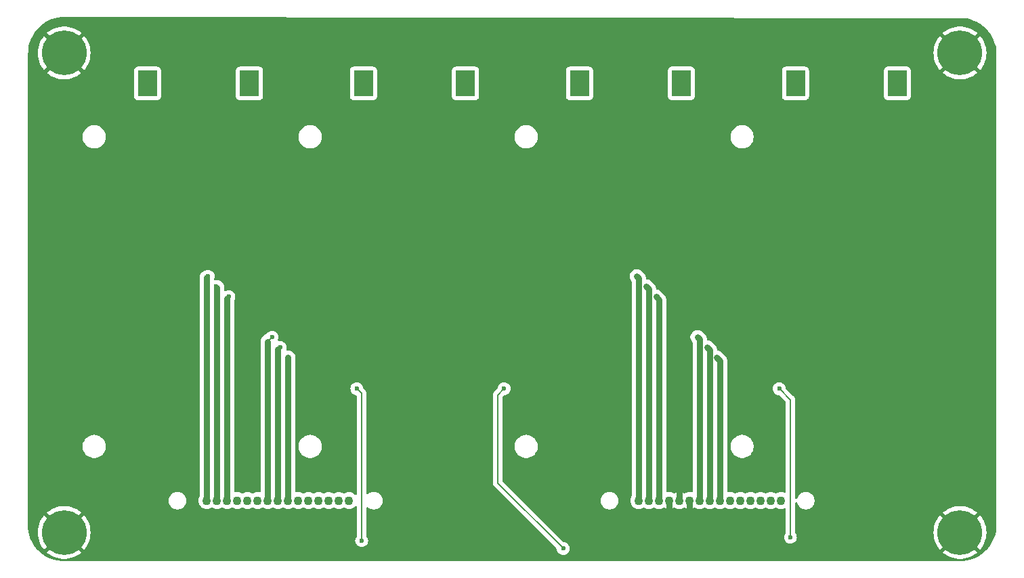
<source format=gbr>
%TF.GenerationSoftware,KiCad,Pcbnew,8.0.7*%
%TF.CreationDate,2025-02-19T10:26:07-06:00*%
%TF.ProjectId,RickNAS_4PortSATA,5269636b-4e41-4535-9f34-506f72745341,rev?*%
%TF.SameCoordinates,Original*%
%TF.FileFunction,Copper,L2,Bot*%
%TF.FilePolarity,Positive*%
%FSLAX46Y46*%
G04 Gerber Fmt 4.6, Leading zero omitted, Abs format (unit mm)*
G04 Created by KiCad (PCBNEW 8.0.7) date 2025-02-19 10:26:07*
%MOMM*%
%LPD*%
G01*
G04 APERTURE LIST*
%TA.AperFunction,ComponentPad*%
%ADD10R,2.387600X3.200400*%
%TD*%
%TA.AperFunction,ComponentPad*%
%ADD11C,5.600000*%
%TD*%
%TA.AperFunction,ComponentPad*%
%ADD12C,1.100000*%
%TD*%
%TA.AperFunction,ViaPad*%
%ADD13C,0.600000*%
%TD*%
%TA.AperFunction,Conductor*%
%ADD14C,0.200000*%
%TD*%
%TA.AperFunction,Conductor*%
%ADD15C,0.800000*%
%TD*%
G04 APERTURE END LIST*
D10*
%TO.P,U2,*%
%TO.N,*%
X114170001Y-82818499D03*
X101430001Y-82818499D03*
%TD*%
D11*
%TO.P,H3,1,1*%
%TO.N,VSS*%
X91000000Y-139000000D03*
%TD*%
D12*
%TO.P,U10,1,3.3V*%
%TO.N,+3.3VP*%
X162840000Y-135000000D03*
%TO.P,U10,2,3.3V*%
X164110000Y-135000000D03*
%TO.P,U10,3,3.3V*%
X165380000Y-135000000D03*
%TO.P,U10,4,VSS*%
%TO.N,VSS*%
X166650000Y-135000000D03*
%TO.P,U10,5,VSS*%
X167920000Y-135000000D03*
%TO.P,U10,6,VSS*%
X169190000Y-135000000D03*
%TO.P,U10,7,5V*%
%TO.N,+5P*%
X170460000Y-135000000D03*
%TO.P,U10,8,5V*%
X171730000Y-135000000D03*
%TO.P,U10,9,5V*%
X173000000Y-135000000D03*
%TO.P,U10,10,VSS*%
%TO.N,VSS*%
X174270000Y-135000000D03*
%TO.P,U10,11,VSS*%
X175540000Y-135000000D03*
%TO.P,U10,12,VSS*%
X176810000Y-135000000D03*
%TO.P,U10,13,12V*%
%TO.N,+12P*%
X178080000Y-135000000D03*
%TO.P,U10,14,12V*%
X179350000Y-135000000D03*
%TO.P,U10,15,12V*%
X180620000Y-135000000D03*
%TD*%
D10*
%TO.P,U7,*%
%TO.N,*%
X141170001Y-82818499D03*
X128430001Y-82818499D03*
%TD*%
D11*
%TO.P,H4,1,1*%
%TO.N,VSS*%
X203000000Y-139000000D03*
%TD*%
D12*
%TO.P,U3,1,3.3V*%
%TO.N,+3.3V*%
X108840000Y-135000000D03*
%TO.P,U3,2,3.3V*%
X110110000Y-135000000D03*
%TO.P,U3,3,3.3V*%
X111380000Y-135000000D03*
%TO.P,U3,4,VSS*%
%TO.N,VSS*%
X112650000Y-135000000D03*
%TO.P,U3,5,VSS*%
X113920000Y-135000000D03*
%TO.P,U3,6,VSS*%
X115190000Y-135000000D03*
%TO.P,U3,7,5V*%
%TO.N,+5V*%
X116460000Y-135000000D03*
%TO.P,U3,8,5V*%
X117730000Y-135000000D03*
%TO.P,U3,9,5V*%
X119000000Y-135000000D03*
%TO.P,U3,10,VSS*%
%TO.N,VSS*%
X120270000Y-135000000D03*
%TO.P,U3,11,VSS*%
X121540000Y-135000000D03*
%TO.P,U3,12,VSS*%
X122810000Y-135000000D03*
%TO.P,U3,13,12V*%
%TO.N,+12V*%
X124080000Y-135000000D03*
%TO.P,U3,14,12V*%
X125350000Y-135000000D03*
%TO.P,U3,15,12V*%
X126620000Y-135000000D03*
%TD*%
D10*
%TO.P,U5,*%
%TO.N,*%
X168170001Y-82818499D03*
X155430001Y-82818499D03*
%TD*%
D11*
%TO.P,H2,1,1*%
%TO.N,VSS*%
X203000000Y-79000000D03*
%TD*%
D10*
%TO.P,U9,*%
%TO.N,*%
X195170001Y-82818499D03*
X182430001Y-82818499D03*
%TD*%
D11*
%TO.P,H1,1,1*%
%TO.N,VSS*%
X91000000Y-79000000D03*
%TD*%
D13*
%TO.N,Drive 4*%
X180400000Y-121000000D03*
X181800000Y-139600000D03*
%TO.N,Drive 3*%
X146000000Y-121000000D03*
X153400000Y-141000000D03*
%TO.N,Drive 2*%
X127600000Y-121000000D03*
X128200000Y-140000000D03*
%TO.N,+5V*%
X118000000Y-115840025D03*
X119000000Y-117110025D03*
X117000000Y-114570025D03*
%TO.N,+3.3V*%
X110000000Y-108220025D03*
X109000000Y-106950014D03*
X111600000Y-109490025D03*
%TO.N,VSS*%
X120200000Y-136800000D03*
X122600000Y-136800000D03*
X167800000Y-111800000D03*
X103200000Y-112200000D03*
X105800000Y-112200000D03*
X185000000Y-95000000D03*
X114000000Y-112200000D03*
X154600000Y-112000000D03*
X107000000Y-92000000D03*
X113600000Y-119400000D03*
X155000000Y-119600000D03*
X156800000Y-112000000D03*
X134000000Y-92000000D03*
X113800000Y-136400000D03*
X100600000Y-112200000D03*
X121600000Y-133600000D03*
X168800000Y-119800000D03*
X112600000Y-133600000D03*
X169200000Y-136400000D03*
X168000000Y-133600000D03*
X106400000Y-119600000D03*
X115800000Y-112200000D03*
X169600000Y-111800000D03*
X101800000Y-119600000D03*
X171800000Y-111800000D03*
X104000000Y-95000000D03*
X175600000Y-136400000D03*
X161000000Y-92000000D03*
X174200000Y-133600000D03*
X104400000Y-119600000D03*
X114800000Y-120600000D03*
X176800000Y-133600000D03*
X159000000Y-111800000D03*
X118400000Y-112200000D03*
X158000000Y-119600000D03*
X166600000Y-136400000D03*
X115200000Y-133600000D03*
X161000000Y-119600000D03*
X158000000Y-95000000D03*
X188000000Y-92000000D03*
X131000000Y-95000000D03*
X167800000Y-119000000D03*
%TO.N,+3.3VP*%
X165000000Y-109490025D03*
X163800000Y-108220025D03*
X162600000Y-106950014D03*
%TO.N,+5P*%
X172600000Y-117110025D03*
X170200000Y-114570025D03*
X171400000Y-115840025D03*
%TD*%
D14*
%TO.N,Drive 4*%
X181800000Y-122400000D02*
X180400000Y-121000000D01*
X181800000Y-139600000D02*
X181800000Y-122400000D01*
%TO.N,Drive 3*%
X145200000Y-132800000D02*
X145200000Y-122000000D01*
X153400000Y-141000000D02*
X145200000Y-132800000D01*
X145200000Y-122000000D02*
X145200000Y-121800000D01*
X145200000Y-121800000D02*
X146000000Y-121000000D01*
%TO.N,Drive 2*%
X128200000Y-121600000D02*
X127600000Y-121000000D01*
X128200000Y-140000000D02*
X128200000Y-121600000D01*
%TO.N,+5V*%
X117730000Y-116110025D02*
X118000000Y-115840025D01*
D15*
X119000000Y-135000000D02*
X119000000Y-117110025D01*
X116460000Y-135000000D02*
X116460000Y-115110025D01*
X117730000Y-135000000D02*
X117730000Y-116110025D01*
D14*
X116460000Y-115110025D02*
X117000000Y-114570025D01*
D15*
%TO.N,+3.3V*%
X108840000Y-135000000D02*
X108840000Y-107110014D01*
D14*
X110110000Y-108330025D02*
X110000000Y-108220025D01*
D15*
X110110000Y-135000000D02*
X110110000Y-108330025D01*
D14*
X111380000Y-109710025D02*
X111600000Y-109490025D01*
D15*
X111380000Y-135000000D02*
X111380000Y-109710025D01*
D14*
X108840000Y-107110014D02*
X109000000Y-106950014D01*
D15*
%TO.N,VSS*%
X169190000Y-136390000D02*
X169200000Y-136400000D01*
X169190000Y-135000000D02*
X169190000Y-136390000D01*
X167920000Y-133680000D02*
X168000000Y-133600000D01*
X167920000Y-135000000D02*
X167920000Y-133680000D01*
X166650000Y-136350000D02*
X166600000Y-136400000D01*
X166650000Y-135000000D02*
X166650000Y-136350000D01*
%TO.N,+3.3VP*%
X165380000Y-109870025D02*
X165000000Y-109490025D01*
X162840000Y-135000000D02*
X162840000Y-107190014D01*
X165380000Y-135000000D02*
X165380000Y-109870025D01*
X162840000Y-107190014D02*
X162600000Y-106950014D01*
X164110000Y-108530025D02*
X163800000Y-108220025D01*
X164110000Y-135000000D02*
X164110000Y-108530025D01*
%TO.N,+5P*%
X170460000Y-114830025D02*
X170200000Y-114570025D01*
X171730000Y-135000000D02*
X171730000Y-116170025D01*
X173000000Y-135000000D02*
X173000000Y-117510025D01*
X173000000Y-117510025D02*
X172600000Y-117110025D01*
X171730000Y-116170025D02*
X171400000Y-115840025D01*
X170460000Y-135000000D02*
X170460000Y-114830025D01*
%TD*%
%TA.AperFunction,Conductor*%
%TO.N,VSS*%
G36*
X202989841Y-74635942D02*
G01*
X202991209Y-74636034D01*
X202998573Y-74636034D01*
X202998577Y-74636035D01*
X203061764Y-74636034D01*
X203067173Y-74636152D01*
X203451242Y-74652917D01*
X203461975Y-74653857D01*
X203840446Y-74703682D01*
X203851065Y-74705554D01*
X204223762Y-74788176D01*
X204234176Y-74790967D01*
X204598246Y-74905756D01*
X204608381Y-74909445D01*
X204961045Y-75055522D01*
X204970840Y-75060090D01*
X205059464Y-75106224D01*
X205309416Y-75236340D01*
X205318784Y-75241748D01*
X205640719Y-75446842D01*
X205649580Y-75453047D01*
X205952404Y-75685412D01*
X205960685Y-75692361D01*
X206242110Y-75950240D01*
X206249759Y-75957889D01*
X206507638Y-76239314D01*
X206514588Y-76247597D01*
X206527644Y-76264611D01*
X206746952Y-76550419D01*
X206753157Y-76559280D01*
X206958251Y-76881215D01*
X206963659Y-76890583D01*
X207139907Y-77229154D01*
X207144479Y-77238959D01*
X207290548Y-77591603D01*
X207294247Y-77601766D01*
X207402391Y-77944760D01*
X207409027Y-77965805D01*
X207411827Y-77976254D01*
X207494442Y-78348917D01*
X207496320Y-78359570D01*
X207546140Y-78738002D01*
X207547083Y-78748779D01*
X207563847Y-79132827D01*
X207563965Y-79138235D01*
X207563965Y-79211410D01*
X207563966Y-79211423D01*
X207563966Y-137990966D01*
X207563965Y-137990984D01*
X207563965Y-138061764D01*
X207563847Y-138067172D01*
X207547083Y-138451220D01*
X207546140Y-138461997D01*
X207496320Y-138840429D01*
X207494442Y-138851082D01*
X207411827Y-139223745D01*
X207409027Y-139234194D01*
X207294248Y-139598231D01*
X207290548Y-139608396D01*
X207144479Y-139961040D01*
X207139907Y-139970845D01*
X206963659Y-140309416D01*
X206958251Y-140318784D01*
X206753157Y-140640719D01*
X206746952Y-140649580D01*
X206514592Y-140952398D01*
X206507638Y-140960685D01*
X206249759Y-141242110D01*
X206242110Y-141249759D01*
X205960685Y-141507638D01*
X205952398Y-141514592D01*
X205649580Y-141746952D01*
X205640719Y-141753157D01*
X205318784Y-141958251D01*
X205309416Y-141963659D01*
X204970845Y-142139907D01*
X204961040Y-142144479D01*
X204608396Y-142290548D01*
X204598231Y-142294248D01*
X204234194Y-142409027D01*
X204223745Y-142411827D01*
X203851082Y-142494442D01*
X203840429Y-142496320D01*
X203461997Y-142546140D01*
X203451220Y-142547083D01*
X203067172Y-142563847D01*
X203061764Y-142563965D01*
X202990983Y-142563965D01*
X202990967Y-142563966D01*
X91009033Y-142563966D01*
X91009017Y-142563965D01*
X90938235Y-142563965D01*
X90932827Y-142563847D01*
X90548779Y-142547083D01*
X90538003Y-142546140D01*
X90348786Y-142521230D01*
X90159570Y-142496320D01*
X90148917Y-142494442D01*
X89776254Y-142411827D01*
X89765805Y-142409027D01*
X89401768Y-142294248D01*
X89391603Y-142290548D01*
X89038959Y-142144479D01*
X89029154Y-142139907D01*
X88690583Y-141963659D01*
X88681215Y-141958251D01*
X88359280Y-141753157D01*
X88350419Y-141746952D01*
X88053123Y-141518829D01*
X88047597Y-141514588D01*
X88039314Y-141507638D01*
X87757889Y-141249759D01*
X87750240Y-141242110D01*
X87492361Y-140960685D01*
X87485407Y-140952398D01*
X87384386Y-140820745D01*
X87253736Y-140650478D01*
X87253047Y-140649580D01*
X87246842Y-140640719D01*
X87041748Y-140318784D01*
X87036340Y-140309416D01*
X86860092Y-139970845D01*
X86855520Y-139961040D01*
X86804797Y-139838583D01*
X86709445Y-139608381D01*
X86705756Y-139598246D01*
X86590967Y-139234176D01*
X86588176Y-139223762D01*
X86538570Y-138999997D01*
X87695153Y-138999997D01*
X87695153Y-139000002D01*
X87714526Y-139357314D01*
X87714527Y-139357331D01*
X87772415Y-139710431D01*
X87772421Y-139710457D01*
X87868147Y-140055232D01*
X87868149Y-140055239D01*
X88000597Y-140387659D01*
X88000606Y-140387677D01*
X88168218Y-140703827D01*
X88369033Y-141000007D01*
X88496441Y-141150003D01*
X88496442Y-141150004D01*
X89705748Y-139940698D01*
X89779588Y-140042330D01*
X89957670Y-140220412D01*
X90059300Y-140294251D01*
X88847255Y-141506295D01*
X88847256Y-141506296D01*
X88860485Y-141518828D01*
X88860486Y-141518829D01*
X89145367Y-141735388D01*
X89145370Y-141735390D01*
X89451990Y-141919876D01*
X89776739Y-142070122D01*
X89776744Y-142070123D01*
X90115855Y-142184383D01*
X90465339Y-142261311D01*
X90821075Y-142299999D01*
X90821085Y-142300000D01*
X91178915Y-142300000D01*
X91178924Y-142299999D01*
X91534660Y-142261311D01*
X91884144Y-142184383D01*
X92223255Y-142070123D01*
X92223260Y-142070122D01*
X92548009Y-141919876D01*
X92854629Y-141735390D01*
X92854632Y-141735388D01*
X93139504Y-141518836D01*
X93152742Y-141506294D01*
X91940698Y-140294251D01*
X92042330Y-140220412D01*
X92220412Y-140042330D01*
X92294251Y-139940698D01*
X93503556Y-141150003D01*
X93630964Y-141000008D01*
X93630975Y-140999994D01*
X93831781Y-140703827D01*
X93999393Y-140387677D01*
X93999402Y-140387659D01*
X94131850Y-140055239D01*
X94131852Y-140055232D01*
X94227578Y-139710457D01*
X94227584Y-139710431D01*
X94285472Y-139357331D01*
X94285473Y-139357314D01*
X94304847Y-139000002D01*
X94304847Y-138999997D01*
X94285473Y-138642685D01*
X94285472Y-138642668D01*
X94227584Y-138289568D01*
X94227578Y-138289542D01*
X94131852Y-137944767D01*
X94131850Y-137944760D01*
X93999402Y-137612340D01*
X93999393Y-137612322D01*
X93831781Y-137296172D01*
X93630966Y-136999992D01*
X93503557Y-136849995D01*
X93503556Y-136849994D01*
X92294250Y-138059300D01*
X92220412Y-137957670D01*
X92042330Y-137779588D01*
X91940697Y-137705747D01*
X93152743Y-136493703D01*
X93152742Y-136493702D01*
X93139514Y-136481171D01*
X93139513Y-136481170D01*
X92854632Y-136264611D01*
X92854629Y-136264609D01*
X92548009Y-136080123D01*
X92223260Y-135929877D01*
X92223255Y-135929876D01*
X91884144Y-135815616D01*
X91534660Y-135738688D01*
X91178924Y-135700000D01*
X90821075Y-135700000D01*
X90465339Y-135738688D01*
X90115855Y-135815616D01*
X89776744Y-135929876D01*
X89776739Y-135929877D01*
X89451990Y-136080123D01*
X89145370Y-136264609D01*
X89145367Y-136264611D01*
X88860491Y-136481166D01*
X88847256Y-136493703D01*
X88847255Y-136493703D01*
X90059301Y-137705748D01*
X89957670Y-137779588D01*
X89779588Y-137957670D01*
X89705748Y-138059301D01*
X88496442Y-136849994D01*
X88496441Y-136849995D01*
X88369040Y-136999983D01*
X88369033Y-136999993D01*
X88168218Y-137296172D01*
X88000606Y-137612322D01*
X88000597Y-137612340D01*
X87868149Y-137944760D01*
X87868147Y-137944767D01*
X87772421Y-138289542D01*
X87772415Y-138289568D01*
X87714527Y-138642668D01*
X87714526Y-138642685D01*
X87695153Y-138999997D01*
X86538570Y-138999997D01*
X86505554Y-138851065D01*
X86503682Y-138840446D01*
X86453857Y-138461975D01*
X86452917Y-138451241D01*
X86436154Y-138067251D01*
X86436037Y-138061709D01*
X86436345Y-137779588D01*
X86439473Y-134913389D01*
X104079500Y-134913389D01*
X104079500Y-135086610D01*
X104098398Y-135205932D01*
X104106598Y-135257701D01*
X104160127Y-135422445D01*
X104238768Y-135576788D01*
X104340586Y-135716928D01*
X104463072Y-135839414D01*
X104603212Y-135941232D01*
X104757555Y-136019873D01*
X104922299Y-136073402D01*
X105093389Y-136100500D01*
X105093390Y-136100500D01*
X105266610Y-136100500D01*
X105266611Y-136100500D01*
X105437701Y-136073402D01*
X105602445Y-136019873D01*
X105756788Y-135941232D01*
X105896928Y-135839414D01*
X106019414Y-135716928D01*
X106121232Y-135576788D01*
X106199873Y-135422445D01*
X106253402Y-135257701D01*
X106280500Y-135086611D01*
X106280500Y-135000000D01*
X107784417Y-135000000D01*
X107804699Y-135205932D01*
X107804700Y-135205934D01*
X107864768Y-135403954D01*
X107962315Y-135586450D01*
X107962317Y-135586452D01*
X108093589Y-135746410D01*
X108169791Y-135808946D01*
X108253550Y-135877685D01*
X108436046Y-135975232D01*
X108634066Y-136035300D01*
X108634065Y-136035300D01*
X108652529Y-136037118D01*
X108840000Y-136055583D01*
X109045934Y-136035300D01*
X109243954Y-135975232D01*
X109416548Y-135882977D01*
X109484949Y-135868736D01*
X109533450Y-135882976D01*
X109706046Y-135975232D01*
X109904066Y-136035300D01*
X109904065Y-136035300D01*
X109922529Y-136037118D01*
X110110000Y-136055583D01*
X110315934Y-136035300D01*
X110513954Y-135975232D01*
X110686548Y-135882977D01*
X110754949Y-135868736D01*
X110803450Y-135882976D01*
X110976046Y-135975232D01*
X111174066Y-136035300D01*
X111174065Y-136035300D01*
X111192529Y-136037118D01*
X111380000Y-136055583D01*
X111585934Y-136035300D01*
X111783954Y-135975232D01*
X111957078Y-135882693D01*
X112025476Y-135868453D01*
X112073981Y-135882695D01*
X112246233Y-135974766D01*
X112444165Y-136034808D01*
X112650000Y-136055080D01*
X112855834Y-136034808D01*
X113053764Y-135974766D01*
X113226546Y-135882412D01*
X113294949Y-135868170D01*
X113343454Y-135882412D01*
X113516235Y-135974766D01*
X113714165Y-136034808D01*
X113920000Y-136055080D01*
X114125834Y-136034808D01*
X114323764Y-135974766D01*
X114496546Y-135882412D01*
X114564949Y-135868170D01*
X114613454Y-135882412D01*
X114786235Y-135974766D01*
X114984165Y-136034808D01*
X115190000Y-136055080D01*
X115395834Y-136034808D01*
X115593764Y-135974766D01*
X115766016Y-135882695D01*
X115834419Y-135868453D01*
X115882921Y-135882694D01*
X116056046Y-135975232D01*
X116254066Y-136035300D01*
X116254065Y-136035300D01*
X116272529Y-136037118D01*
X116460000Y-136055583D01*
X116665934Y-136035300D01*
X116863954Y-135975232D01*
X117036548Y-135882977D01*
X117104949Y-135868736D01*
X117153450Y-135882976D01*
X117326046Y-135975232D01*
X117524066Y-136035300D01*
X117524065Y-136035300D01*
X117542529Y-136037118D01*
X117730000Y-136055583D01*
X117935934Y-136035300D01*
X118133954Y-135975232D01*
X118306548Y-135882977D01*
X118374949Y-135868736D01*
X118423450Y-135882976D01*
X118596046Y-135975232D01*
X118794066Y-136035300D01*
X118794065Y-136035300D01*
X118812529Y-136037118D01*
X119000000Y-136055583D01*
X119205934Y-136035300D01*
X119403954Y-135975232D01*
X119577078Y-135882693D01*
X119645476Y-135868453D01*
X119693981Y-135882695D01*
X119866233Y-135974766D01*
X120064165Y-136034808D01*
X120270000Y-136055080D01*
X120475834Y-136034808D01*
X120673764Y-135974766D01*
X120846546Y-135882412D01*
X120914949Y-135868170D01*
X120963454Y-135882412D01*
X121136235Y-135974766D01*
X121334165Y-136034808D01*
X121540000Y-136055080D01*
X121745834Y-136034808D01*
X121943764Y-135974766D01*
X122116546Y-135882412D01*
X122184949Y-135868170D01*
X122233454Y-135882412D01*
X122406235Y-135974766D01*
X122604165Y-136034808D01*
X122810000Y-136055080D01*
X123015834Y-136034808D01*
X123213764Y-135974766D01*
X123386016Y-135882695D01*
X123454419Y-135868453D01*
X123502921Y-135882694D01*
X123676046Y-135975232D01*
X123874066Y-136035300D01*
X123874065Y-136035300D01*
X123892529Y-136037118D01*
X124080000Y-136055583D01*
X124285934Y-136035300D01*
X124483954Y-135975232D01*
X124656548Y-135882977D01*
X124724949Y-135868736D01*
X124773450Y-135882976D01*
X124946046Y-135975232D01*
X125144066Y-136035300D01*
X125144065Y-136035300D01*
X125162529Y-136037118D01*
X125350000Y-136055583D01*
X125555934Y-136035300D01*
X125753954Y-135975232D01*
X125926548Y-135882977D01*
X125994949Y-135868736D01*
X126043450Y-135882976D01*
X126216046Y-135975232D01*
X126414066Y-136035300D01*
X126414065Y-136035300D01*
X126432529Y-136037118D01*
X126620000Y-136055583D01*
X126825934Y-136035300D01*
X127023954Y-135975232D01*
X127206450Y-135877685D01*
X127366410Y-135746410D01*
X127379646Y-135730282D01*
X127437391Y-135690947D01*
X127507236Y-135689076D01*
X127567005Y-135725263D01*
X127597721Y-135788018D01*
X127599500Y-135808946D01*
X127599500Y-139417587D01*
X127579815Y-139484626D01*
X127572450Y-139494896D01*
X127570186Y-139497734D01*
X127474211Y-139650476D01*
X127414631Y-139820745D01*
X127414630Y-139820750D01*
X127394435Y-139999996D01*
X127394435Y-140000003D01*
X127414630Y-140179249D01*
X127414631Y-140179254D01*
X127474211Y-140349523D01*
X127496735Y-140385369D01*
X127570184Y-140502262D01*
X127697738Y-140629816D01*
X127850478Y-140725789D01*
X128020745Y-140785368D01*
X128020750Y-140785369D01*
X128199996Y-140805565D01*
X128200000Y-140805565D01*
X128200004Y-140805565D01*
X128379249Y-140785369D01*
X128379252Y-140785368D01*
X128379255Y-140785368D01*
X128549522Y-140725789D01*
X128702262Y-140629816D01*
X128829816Y-140502262D01*
X128925789Y-140349522D01*
X128985368Y-140179255D01*
X128985369Y-140179249D01*
X129005565Y-140000003D01*
X129005565Y-139999996D01*
X128985369Y-139820750D01*
X128985368Y-139820745D01*
X128970848Y-139779249D01*
X128925789Y-139650478D01*
X128829816Y-139497738D01*
X128829814Y-139497736D01*
X128829813Y-139497734D01*
X128827550Y-139494896D01*
X128826659Y-139492715D01*
X128826111Y-139491842D01*
X128826264Y-139491745D01*
X128801144Y-139430209D01*
X128800500Y-139417587D01*
X128800500Y-135942865D01*
X128820185Y-135875826D01*
X128872989Y-135830071D01*
X128942147Y-135820127D01*
X128997381Y-135842545D01*
X129133212Y-135941232D01*
X129287555Y-136019873D01*
X129452299Y-136073402D01*
X129623389Y-136100500D01*
X129623390Y-136100500D01*
X129796610Y-136100500D01*
X129796611Y-136100500D01*
X129967701Y-136073402D01*
X130132445Y-136019873D01*
X130286788Y-135941232D01*
X130426928Y-135839414D01*
X130549414Y-135716928D01*
X130651232Y-135576788D01*
X130729873Y-135422445D01*
X130783402Y-135257701D01*
X130810500Y-135086611D01*
X130810500Y-134913389D01*
X130783402Y-134742299D01*
X130729873Y-134577555D01*
X130651232Y-134423212D01*
X130549414Y-134283072D01*
X130426928Y-134160586D01*
X130286788Y-134058768D01*
X130132445Y-133980127D01*
X129967701Y-133926598D01*
X129967699Y-133926597D01*
X129967698Y-133926597D01*
X129836271Y-133905781D01*
X129796611Y-133899500D01*
X129623389Y-133899500D01*
X129583728Y-133905781D01*
X129452302Y-133926597D01*
X129287552Y-133980128D01*
X129133211Y-134058768D01*
X128997386Y-134157452D01*
X128931579Y-134180932D01*
X128863525Y-134165107D01*
X128814830Y-134115001D01*
X128800500Y-134057134D01*
X128800500Y-132879054D01*
X144599498Y-132879054D01*
X144640423Y-133031785D01*
X144669358Y-133081900D01*
X144669359Y-133081904D01*
X144669360Y-133081904D01*
X144719479Y-133168714D01*
X144719481Y-133168717D01*
X144838349Y-133287585D01*
X144838355Y-133287590D01*
X152569298Y-141018533D01*
X152602783Y-141079856D01*
X152604837Y-141092330D01*
X152614630Y-141179249D01*
X152674210Y-141349521D01*
X152770184Y-141502262D01*
X152897738Y-141629816D01*
X153050478Y-141725789D01*
X153220745Y-141785368D01*
X153220750Y-141785369D01*
X153399996Y-141805565D01*
X153400000Y-141805565D01*
X153400004Y-141805565D01*
X153579249Y-141785369D01*
X153579252Y-141785368D01*
X153579255Y-141785368D01*
X153749522Y-141725789D01*
X153902262Y-141629816D01*
X154029816Y-141502262D01*
X154125789Y-141349522D01*
X154185368Y-141179255D01*
X154195162Y-141092330D01*
X154205565Y-141000003D01*
X154205565Y-140999996D01*
X154185369Y-140820750D01*
X154185368Y-140820745D01*
X154152141Y-140725788D01*
X154125789Y-140650478D01*
X154029816Y-140497738D01*
X153902262Y-140370184D01*
X153831608Y-140325789D01*
X153749521Y-140274210D01*
X153579249Y-140214630D01*
X153492330Y-140204837D01*
X153427916Y-140177770D01*
X153418533Y-140169298D01*
X148162624Y-134913389D01*
X158079500Y-134913389D01*
X158079500Y-135086610D01*
X158098398Y-135205932D01*
X158106598Y-135257701D01*
X158160127Y-135422445D01*
X158238768Y-135576788D01*
X158340586Y-135716928D01*
X158463072Y-135839414D01*
X158603212Y-135941232D01*
X158757555Y-136019873D01*
X158922299Y-136073402D01*
X159093389Y-136100500D01*
X159093390Y-136100500D01*
X159266610Y-136100500D01*
X159266611Y-136100500D01*
X159437701Y-136073402D01*
X159602445Y-136019873D01*
X159756788Y-135941232D01*
X159896928Y-135839414D01*
X160019414Y-135716928D01*
X160121232Y-135576788D01*
X160199873Y-135422445D01*
X160253402Y-135257701D01*
X160280500Y-135086611D01*
X160280500Y-134913389D01*
X160253402Y-134742299D01*
X160199873Y-134577555D01*
X160121232Y-134423212D01*
X160019414Y-134283072D01*
X159896928Y-134160586D01*
X159756788Y-134058768D01*
X159602445Y-133980127D01*
X159437701Y-133926598D01*
X159437699Y-133926597D01*
X159437698Y-133926597D01*
X159306271Y-133905781D01*
X159266611Y-133899500D01*
X159093389Y-133899500D01*
X159053728Y-133905781D01*
X158922302Y-133926597D01*
X158757552Y-133980128D01*
X158603211Y-134058768D01*
X158525814Y-134115001D01*
X158463072Y-134160586D01*
X158463070Y-134160588D01*
X158463069Y-134160588D01*
X158340588Y-134283069D01*
X158340588Y-134283070D01*
X158340586Y-134283072D01*
X158296859Y-134343256D01*
X158238768Y-134423211D01*
X158160128Y-134577552D01*
X158160127Y-134577554D01*
X158160127Y-134577555D01*
X158154119Y-134596046D01*
X158106597Y-134742302D01*
X158079500Y-134913389D01*
X148162624Y-134913389D01*
X145836819Y-132587584D01*
X145803334Y-132526261D01*
X145800500Y-132499903D01*
X145800500Y-128106354D01*
X147320398Y-128106354D01*
X147320398Y-128333691D01*
X147355962Y-128558232D01*
X147355962Y-128558235D01*
X147426211Y-128774439D01*
X147426213Y-128774442D01*
X147529422Y-128977001D01*
X147663048Y-129160921D01*
X147823800Y-129321673D01*
X148007720Y-129455299D01*
X148210279Y-129558508D01*
X148210281Y-129558509D01*
X148426486Y-129628758D01*
X148426487Y-129628758D01*
X148426490Y-129628759D01*
X148651029Y-129664323D01*
X148651030Y-129664323D01*
X148878366Y-129664323D01*
X148878367Y-129664323D01*
X149102906Y-129628759D01*
X149102909Y-129628758D01*
X149102910Y-129628758D01*
X149319114Y-129558509D01*
X149319114Y-129558508D01*
X149319117Y-129558508D01*
X149521676Y-129455299D01*
X149705596Y-129321673D01*
X149866348Y-129160921D01*
X149999974Y-128977001D01*
X150103183Y-128774442D01*
X150173434Y-128558231D01*
X150208998Y-128333692D01*
X150208998Y-128106354D01*
X150173434Y-127881815D01*
X150173433Y-127881811D01*
X150173433Y-127881810D01*
X150103184Y-127665606D01*
X149999973Y-127463044D01*
X149866348Y-127279125D01*
X149705596Y-127118373D01*
X149521676Y-126984747D01*
X149319114Y-126881536D01*
X149102909Y-126811287D01*
X148934501Y-126784614D01*
X148878367Y-126775723D01*
X148651029Y-126775723D01*
X148576182Y-126787577D01*
X148426488Y-126811287D01*
X148426485Y-126811287D01*
X148210281Y-126881536D01*
X148007719Y-126984747D01*
X147902786Y-127060985D01*
X147823800Y-127118373D01*
X147823798Y-127118375D01*
X147823797Y-127118375D01*
X147663050Y-127279122D01*
X147663050Y-127279123D01*
X147663048Y-127279125D01*
X147605660Y-127358111D01*
X147529422Y-127463044D01*
X147426211Y-127665606D01*
X147355962Y-127881810D01*
X147355962Y-127881813D01*
X147320398Y-128106354D01*
X145800500Y-128106354D01*
X145800500Y-122100096D01*
X145820185Y-122033057D01*
X145836815Y-122012419D01*
X146018535Y-121830698D01*
X146079856Y-121797215D01*
X146092311Y-121795163D01*
X146179255Y-121785368D01*
X146349522Y-121725789D01*
X146502262Y-121629816D01*
X146629816Y-121502262D01*
X146725789Y-121349522D01*
X146785368Y-121179255D01*
X146792103Y-121119480D01*
X146805565Y-121000003D01*
X146805565Y-120999996D01*
X146785369Y-120820750D01*
X146785368Y-120820745D01*
X146725788Y-120650476D01*
X146629815Y-120497737D01*
X146502262Y-120370184D01*
X146349523Y-120274211D01*
X146179254Y-120214631D01*
X146179249Y-120214630D01*
X146000004Y-120194435D01*
X145999996Y-120194435D01*
X145820750Y-120214630D01*
X145820745Y-120214631D01*
X145650476Y-120274211D01*
X145497737Y-120370184D01*
X145370184Y-120497737D01*
X145274210Y-120650478D01*
X145214630Y-120820750D01*
X145204837Y-120907668D01*
X145177770Y-120972082D01*
X145169298Y-120981465D01*
X144831286Y-121319478D01*
X144719481Y-121431282D01*
X144719475Y-121431290D01*
X144678501Y-121502261D01*
X144678501Y-121502262D01*
X144640423Y-121568215D01*
X144599499Y-121720943D01*
X144599499Y-121720945D01*
X144599499Y-121889046D01*
X144599500Y-121889059D01*
X144599500Y-132713330D01*
X144599499Y-132713348D01*
X144599499Y-132879054D01*
X144599498Y-132879054D01*
X128800500Y-132879054D01*
X128800500Y-121520945D01*
X128800500Y-121520943D01*
X128759577Y-121368216D01*
X128759577Y-121368215D01*
X128731440Y-121319480D01*
X128722804Y-121304522D01*
X128680522Y-121231287D01*
X128680521Y-121231286D01*
X128680520Y-121231284D01*
X128568716Y-121119480D01*
X128568715Y-121119479D01*
X128564385Y-121115149D01*
X128564374Y-121115139D01*
X128430700Y-120981465D01*
X128397215Y-120920142D01*
X128395163Y-120907686D01*
X128385368Y-120820745D01*
X128325789Y-120650478D01*
X128229816Y-120497738D01*
X128102262Y-120370184D01*
X127949523Y-120274211D01*
X127779254Y-120214631D01*
X127779249Y-120214630D01*
X127600004Y-120194435D01*
X127599996Y-120194435D01*
X127420750Y-120214630D01*
X127420745Y-120214631D01*
X127250476Y-120274211D01*
X127097737Y-120370184D01*
X126970184Y-120497737D01*
X126874211Y-120650476D01*
X126814631Y-120820745D01*
X126814630Y-120820750D01*
X126794435Y-120999996D01*
X126794435Y-121000003D01*
X126814630Y-121179249D01*
X126814631Y-121179254D01*
X126874211Y-121349523D01*
X126925589Y-121431290D01*
X126970184Y-121502262D01*
X127097738Y-121629816D01*
X127250478Y-121725789D01*
X127420745Y-121785368D01*
X127489384Y-121793101D01*
X127553796Y-121820166D01*
X127593352Y-121877760D01*
X127599500Y-121916321D01*
X127599500Y-134191053D01*
X127579815Y-134258092D01*
X127527011Y-134303847D01*
X127457853Y-134313791D01*
X127394297Y-134284766D01*
X127379648Y-134269719D01*
X127366411Y-134253591D01*
X127277875Y-134180932D01*
X127206450Y-134122315D01*
X127023954Y-134024768D01*
X126825934Y-133964700D01*
X126825932Y-133964699D01*
X126825934Y-133964699D01*
X126620000Y-133944417D01*
X126414067Y-133964699D01*
X126216041Y-134024769D01*
X126043453Y-134117020D01*
X125975050Y-134131262D01*
X125926547Y-134117020D01*
X125753958Y-134024769D01*
X125606794Y-133980128D01*
X125555934Y-133964700D01*
X125555932Y-133964699D01*
X125555934Y-133964699D01*
X125350000Y-133944417D01*
X125144067Y-133964699D01*
X124946041Y-134024769D01*
X124773453Y-134117020D01*
X124705050Y-134131262D01*
X124656547Y-134117020D01*
X124483958Y-134024769D01*
X124336794Y-133980128D01*
X124285934Y-133964700D01*
X124285932Y-133964699D01*
X124285934Y-133964699D01*
X124080000Y-133944417D01*
X123874067Y-133964699D01*
X123676041Y-134024769D01*
X123502924Y-134117303D01*
X123434521Y-134131545D01*
X123386018Y-134117304D01*
X123213762Y-134025232D01*
X123015834Y-133965191D01*
X122810000Y-133944919D01*
X122604165Y-133965191D01*
X122406233Y-134025233D01*
X122233453Y-134117586D01*
X122165050Y-134131828D01*
X122116547Y-134117586D01*
X121943766Y-134025233D01*
X121745834Y-133965191D01*
X121540000Y-133944919D01*
X121334165Y-133965191D01*
X121136233Y-134025233D01*
X120963453Y-134117586D01*
X120895050Y-134131828D01*
X120846547Y-134117586D01*
X120673766Y-134025233D01*
X120475834Y-133965191D01*
X120270000Y-133944919D01*
X120064164Y-133965191D01*
X120064161Y-133965192D01*
X120060490Y-133966306D01*
X120058473Y-133966323D01*
X120058192Y-133966380D01*
X120058181Y-133966326D01*
X119990623Y-133966927D01*
X119931512Y-133929675D01*
X119901924Y-133866380D01*
X119900500Y-133847644D01*
X119900500Y-128106354D01*
X120320398Y-128106354D01*
X120320398Y-128333691D01*
X120355962Y-128558232D01*
X120355962Y-128558235D01*
X120426211Y-128774439D01*
X120426213Y-128774442D01*
X120529422Y-128977001D01*
X120663048Y-129160921D01*
X120823800Y-129321673D01*
X121007720Y-129455299D01*
X121210279Y-129558508D01*
X121210281Y-129558509D01*
X121426486Y-129628758D01*
X121426487Y-129628758D01*
X121426490Y-129628759D01*
X121651029Y-129664323D01*
X121651030Y-129664323D01*
X121878366Y-129664323D01*
X121878367Y-129664323D01*
X122102906Y-129628759D01*
X122102909Y-129628758D01*
X122102910Y-129628758D01*
X122319114Y-129558509D01*
X122319114Y-129558508D01*
X122319117Y-129558508D01*
X122521676Y-129455299D01*
X122705596Y-129321673D01*
X122866348Y-129160921D01*
X122999974Y-128977001D01*
X123103183Y-128774442D01*
X123173434Y-128558231D01*
X123208998Y-128333692D01*
X123208998Y-128106354D01*
X123173434Y-127881815D01*
X123173433Y-127881811D01*
X123173433Y-127881810D01*
X123103184Y-127665606D01*
X122999973Y-127463044D01*
X122866348Y-127279125D01*
X122705596Y-127118373D01*
X122521676Y-126984747D01*
X122319114Y-126881536D01*
X122102909Y-126811287D01*
X121934501Y-126784614D01*
X121878367Y-126775723D01*
X121651029Y-126775723D01*
X121576182Y-126787577D01*
X121426488Y-126811287D01*
X121426485Y-126811287D01*
X121210281Y-126881536D01*
X121007719Y-126984747D01*
X120902786Y-127060985D01*
X120823800Y-127118373D01*
X120823798Y-127118375D01*
X120823797Y-127118375D01*
X120663050Y-127279122D01*
X120663050Y-127279123D01*
X120663048Y-127279125D01*
X120605660Y-127358111D01*
X120529422Y-127463044D01*
X120426211Y-127665606D01*
X120355962Y-127881810D01*
X120355962Y-127881813D01*
X120320398Y-128106354D01*
X119900500Y-128106354D01*
X119900500Y-117021331D01*
X119900499Y-117021329D01*
X119865896Y-116847366D01*
X119865893Y-116847357D01*
X119798016Y-116683484D01*
X119798009Y-116683471D01*
X119699464Y-116535990D01*
X119699461Y-116535986D01*
X119574038Y-116410563D01*
X119574034Y-116410560D01*
X119426553Y-116312015D01*
X119426540Y-116312008D01*
X119262667Y-116244131D01*
X119262658Y-116244128D01*
X119088694Y-116209525D01*
X119088691Y-116209525D01*
X118911309Y-116209525D01*
X118911303Y-116209525D01*
X118905287Y-116210117D01*
X118836642Y-116197092D01*
X118785936Y-116149023D01*
X118769268Y-116081170D01*
X118776104Y-116045755D01*
X118785366Y-116019285D01*
X118785368Y-116019280D01*
X118797978Y-115907366D01*
X118805565Y-115840028D01*
X118805565Y-115840021D01*
X118785369Y-115660775D01*
X118785368Y-115660770D01*
X118725788Y-115490501D01*
X118629815Y-115337762D01*
X118502262Y-115210209D01*
X118349523Y-115114236D01*
X118179254Y-115054656D01*
X118179249Y-115054655D01*
X118000004Y-115034460D01*
X117999996Y-115034460D01*
X117868778Y-115049244D01*
X117799956Y-115037189D01*
X117748577Y-114989840D01*
X117730953Y-114922230D01*
X117737854Y-114885069D01*
X117785366Y-114749287D01*
X117785369Y-114749274D01*
X117805565Y-114570028D01*
X117805565Y-114570021D01*
X117785369Y-114390775D01*
X117785368Y-114390770D01*
X117732768Y-114240449D01*
X117725789Y-114220503D01*
X117703358Y-114184805D01*
X117629815Y-114067762D01*
X117502262Y-113940209D01*
X117349523Y-113844236D01*
X117179254Y-113784656D01*
X117179249Y-113784655D01*
X117000004Y-113764460D01*
X116999996Y-113764460D01*
X116820750Y-113784655D01*
X116820745Y-113784656D01*
X116650476Y-113844236D01*
X116497737Y-113940209D01*
X116370184Y-114067762D01*
X116370182Y-114067765D01*
X116296640Y-114184805D01*
X116244305Y-114231096D01*
X116215841Y-114240449D01*
X116197336Y-114244130D01*
X116197331Y-114244131D01*
X116033459Y-114312008D01*
X116033446Y-114312015D01*
X115885965Y-114410560D01*
X115885961Y-114410563D01*
X115760538Y-114535986D01*
X115760535Y-114535990D01*
X115661990Y-114683471D01*
X115661983Y-114683484D01*
X115594106Y-114847357D01*
X115594103Y-114847366D01*
X115559500Y-115021329D01*
X115559500Y-133847644D01*
X115539815Y-133914683D01*
X115487011Y-133960438D01*
X115417853Y-133970382D01*
X115399510Y-133966306D01*
X115395838Y-133965192D01*
X115395835Y-133965191D01*
X115190000Y-133944919D01*
X114984165Y-133965191D01*
X114786233Y-134025233D01*
X114613453Y-134117586D01*
X114545050Y-134131828D01*
X114496547Y-134117586D01*
X114323766Y-134025233D01*
X114125834Y-133965191D01*
X113920000Y-133944919D01*
X113714165Y-133965191D01*
X113516233Y-134025233D01*
X113343453Y-134117586D01*
X113275050Y-134131828D01*
X113226547Y-134117586D01*
X113053766Y-134025233D01*
X112855834Y-133965191D01*
X112650000Y-133944919D01*
X112444164Y-133965191D01*
X112444161Y-133965192D01*
X112440490Y-133966306D01*
X112438473Y-133966323D01*
X112438192Y-133966380D01*
X112438181Y-133966326D01*
X112370623Y-133966927D01*
X112311512Y-133929675D01*
X112281924Y-133866380D01*
X112280500Y-133847644D01*
X112280500Y-109947346D01*
X112299506Y-109881374D01*
X112325789Y-109839547D01*
X112385368Y-109669280D01*
X112405565Y-109490025D01*
X112400320Y-109443478D01*
X112385369Y-109310775D01*
X112385368Y-109310770D01*
X112325788Y-109140501D01*
X112229815Y-108987762D01*
X112102262Y-108860209D01*
X111949523Y-108764236D01*
X111779254Y-108704656D01*
X111779249Y-108704655D01*
X111600004Y-108684460D01*
X111599996Y-108684460D01*
X111420750Y-108704655D01*
X111420737Y-108704658D01*
X111250481Y-108764234D01*
X111250472Y-108764238D01*
X111200471Y-108795656D01*
X111133234Y-108814656D01*
X111066399Y-108794288D01*
X111021186Y-108741019D01*
X111010500Y-108690662D01*
X111010500Y-108241331D01*
X111010499Y-108241329D01*
X110975896Y-108067366D01*
X110975893Y-108067357D01*
X110908016Y-107903484D01*
X110908009Y-107903471D01*
X110809464Y-107755990D01*
X110809461Y-107755986D01*
X110684038Y-107630563D01*
X110684034Y-107630560D01*
X110536553Y-107532015D01*
X110536540Y-107532008D01*
X110372667Y-107464131D01*
X110372658Y-107464128D01*
X110198694Y-107429525D01*
X110198691Y-107429525D01*
X110140667Y-107429525D01*
X110126785Y-107428745D01*
X110089819Y-107424580D01*
X110000003Y-107414460D01*
X109999996Y-107414460D01*
X109878383Y-107428162D01*
X109809561Y-107416107D01*
X109758182Y-107368758D01*
X109740500Y-107304942D01*
X109740500Y-107278561D01*
X109747459Y-107237606D01*
X109785367Y-107129271D01*
X109785368Y-107129269D01*
X109788517Y-107101318D01*
X109805565Y-106950017D01*
X109805565Y-106950010D01*
X109795572Y-106861317D01*
X161699500Y-106861317D01*
X161699500Y-107038710D01*
X161734103Y-107212672D01*
X161734105Y-107212680D01*
X161801986Y-107376559D01*
X161900534Y-107524048D01*
X161900535Y-107524049D01*
X161900536Y-107524050D01*
X161903176Y-107526690D01*
X161904118Y-107528416D01*
X161904401Y-107528760D01*
X161904335Y-107528813D01*
X161936664Y-107588009D01*
X161939500Y-107614376D01*
X161939500Y-134425172D01*
X161924858Y-134483625D01*
X161864769Y-134596041D01*
X161804699Y-134794067D01*
X161784417Y-135000000D01*
X161804699Y-135205932D01*
X161804700Y-135205934D01*
X161864768Y-135403954D01*
X161962315Y-135586450D01*
X161962317Y-135586452D01*
X162093589Y-135746410D01*
X162169791Y-135808946D01*
X162253550Y-135877685D01*
X162436046Y-135975232D01*
X162634066Y-136035300D01*
X162634065Y-136035300D01*
X162652529Y-136037118D01*
X162840000Y-136055583D01*
X163045934Y-136035300D01*
X163243954Y-135975232D01*
X163416548Y-135882977D01*
X163484949Y-135868736D01*
X163533450Y-135882976D01*
X163706046Y-135975232D01*
X163904066Y-136035300D01*
X163904065Y-136035300D01*
X163922529Y-136037118D01*
X164110000Y-136055583D01*
X164315934Y-136035300D01*
X164513954Y-135975232D01*
X164686548Y-135882977D01*
X164754949Y-135868736D01*
X164803450Y-135882976D01*
X164976046Y-135975232D01*
X165174066Y-136035300D01*
X165174065Y-136035300D01*
X165192529Y-136037118D01*
X165380000Y-136055583D01*
X165585934Y-136035300D01*
X165783954Y-135975232D01*
X165957078Y-135882693D01*
X166025476Y-135868453D01*
X166073981Y-135882695D01*
X166246233Y-135974766D01*
X166444165Y-136034808D01*
X166650000Y-136055080D01*
X166855834Y-136034808D01*
X167053764Y-135974766D01*
X167226546Y-135882412D01*
X167294949Y-135868170D01*
X167343454Y-135882412D01*
X167516235Y-135974766D01*
X167714165Y-136034808D01*
X167920000Y-136055080D01*
X168125834Y-136034808D01*
X168323764Y-135974766D01*
X168496546Y-135882412D01*
X168564949Y-135868170D01*
X168613454Y-135882412D01*
X168786235Y-135974766D01*
X168984165Y-136034808D01*
X169190000Y-136055080D01*
X169395834Y-136034808D01*
X169593764Y-135974766D01*
X169766016Y-135882695D01*
X169834419Y-135868453D01*
X169882921Y-135882694D01*
X170056046Y-135975232D01*
X170254066Y-136035300D01*
X170254065Y-136035300D01*
X170272529Y-136037118D01*
X170460000Y-136055583D01*
X170665934Y-136035300D01*
X170863954Y-135975232D01*
X171036548Y-135882977D01*
X171104949Y-135868736D01*
X171153450Y-135882976D01*
X171326046Y-135975232D01*
X171524066Y-136035300D01*
X171524065Y-136035300D01*
X171542529Y-136037118D01*
X171730000Y-136055583D01*
X171935934Y-136035300D01*
X172133954Y-135975232D01*
X172306548Y-135882977D01*
X172374949Y-135868736D01*
X172423450Y-135882976D01*
X172596046Y-135975232D01*
X172794066Y-136035300D01*
X172794065Y-136035300D01*
X172812529Y-136037118D01*
X173000000Y-136055583D01*
X173205934Y-136035300D01*
X173403954Y-135975232D01*
X173577078Y-135882693D01*
X173645476Y-135868453D01*
X173693981Y-135882695D01*
X173866233Y-135974766D01*
X174064165Y-136034808D01*
X174270000Y-136055080D01*
X174475834Y-136034808D01*
X174673764Y-135974766D01*
X174846546Y-135882412D01*
X174914949Y-135868170D01*
X174963454Y-135882412D01*
X175136235Y-135974766D01*
X175334165Y-136034808D01*
X175540000Y-136055080D01*
X175745834Y-136034808D01*
X175943764Y-135974766D01*
X176116546Y-135882412D01*
X176184949Y-135868170D01*
X176233454Y-135882412D01*
X176406235Y-135974766D01*
X176604165Y-136034808D01*
X176810000Y-136055080D01*
X177015834Y-136034808D01*
X177213764Y-135974766D01*
X177386016Y-135882695D01*
X177454419Y-135868453D01*
X177502921Y-135882694D01*
X177676046Y-135975232D01*
X177874066Y-136035300D01*
X177874065Y-136035300D01*
X177892529Y-136037118D01*
X178080000Y-136055583D01*
X178285934Y-136035300D01*
X178483954Y-135975232D01*
X178656548Y-135882977D01*
X178724949Y-135868736D01*
X178773450Y-135882976D01*
X178946046Y-135975232D01*
X179144066Y-136035300D01*
X179144065Y-136035300D01*
X179162529Y-136037118D01*
X179350000Y-136055583D01*
X179555934Y-136035300D01*
X179753954Y-135975232D01*
X179926548Y-135882977D01*
X179994949Y-135868736D01*
X180043450Y-135882976D01*
X180216046Y-135975232D01*
X180414066Y-136035300D01*
X180414065Y-136035300D01*
X180432529Y-136037118D01*
X180620000Y-136055583D01*
X180825934Y-136035300D01*
X181023954Y-135975232D01*
X181023960Y-135975228D01*
X181028043Y-135973538D01*
X181097512Y-135966066D01*
X181159992Y-135997339D01*
X181195647Y-136057426D01*
X181199500Y-136088097D01*
X181199500Y-139017587D01*
X181179815Y-139084626D01*
X181172450Y-139094896D01*
X181170186Y-139097734D01*
X181074211Y-139250476D01*
X181014631Y-139420745D01*
X181014630Y-139420750D01*
X180994435Y-139599996D01*
X180994435Y-139600003D01*
X181014630Y-139779249D01*
X181014631Y-139779254D01*
X181074211Y-139949523D01*
X181170184Y-140102262D01*
X181297738Y-140229816D01*
X181368391Y-140274210D01*
X181439329Y-140318784D01*
X181450478Y-140325789D01*
X181518306Y-140349523D01*
X181620745Y-140385368D01*
X181620750Y-140385369D01*
X181799996Y-140405565D01*
X181800000Y-140405565D01*
X181800004Y-140405565D01*
X181979249Y-140385369D01*
X181979252Y-140385368D01*
X181979255Y-140385368D01*
X182149522Y-140325789D01*
X182302262Y-140229816D01*
X182429816Y-140102262D01*
X182525789Y-139949522D01*
X182585368Y-139779255D01*
X182605565Y-139600000D01*
X182594042Y-139497734D01*
X182585369Y-139420750D01*
X182585368Y-139420745D01*
X182563178Y-139357331D01*
X182525789Y-139250478D01*
X182429816Y-139097738D01*
X182429814Y-139097736D01*
X182429813Y-139097734D01*
X182427550Y-139094896D01*
X182426659Y-139092715D01*
X182426111Y-139091842D01*
X182426264Y-139091745D01*
X182401144Y-139030209D01*
X182400500Y-139017587D01*
X182400500Y-138999997D01*
X199695153Y-138999997D01*
X199695153Y-139000002D01*
X199714526Y-139357314D01*
X199714527Y-139357331D01*
X199772415Y-139710431D01*
X199772421Y-139710457D01*
X199868147Y-140055232D01*
X199868149Y-140055239D01*
X200000597Y-140387659D01*
X200000606Y-140387677D01*
X200168218Y-140703827D01*
X200369033Y-141000007D01*
X200496441Y-141150003D01*
X200496442Y-141150004D01*
X201705748Y-139940698D01*
X201779588Y-140042330D01*
X201957670Y-140220412D01*
X202059300Y-140294251D01*
X200847255Y-141506295D01*
X200847256Y-141506296D01*
X200860485Y-141518828D01*
X200860486Y-141518829D01*
X201145367Y-141735388D01*
X201145370Y-141735390D01*
X201451990Y-141919876D01*
X201776739Y-142070122D01*
X201776744Y-142070123D01*
X202115855Y-142184383D01*
X202465339Y-142261311D01*
X202821075Y-142299999D01*
X202821085Y-142300000D01*
X203178915Y-142300000D01*
X203178924Y-142299999D01*
X203534660Y-142261311D01*
X203884144Y-142184383D01*
X204223255Y-142070123D01*
X204223260Y-142070122D01*
X204548009Y-141919876D01*
X204854629Y-141735390D01*
X204854632Y-141735388D01*
X205139504Y-141518836D01*
X205152742Y-141506294D01*
X203940698Y-140294251D01*
X204042330Y-140220412D01*
X204220412Y-140042330D01*
X204294251Y-139940698D01*
X205503556Y-141150003D01*
X205630964Y-141000008D01*
X205630975Y-140999994D01*
X205831781Y-140703827D01*
X205999393Y-140387677D01*
X205999402Y-140387659D01*
X206131850Y-140055239D01*
X206131852Y-140055232D01*
X206227578Y-139710457D01*
X206227584Y-139710431D01*
X206285472Y-139357331D01*
X206285473Y-139357314D01*
X206304847Y-139000002D01*
X206304847Y-138999997D01*
X206285473Y-138642685D01*
X206285472Y-138642668D01*
X206227584Y-138289568D01*
X206227578Y-138289542D01*
X206131852Y-137944767D01*
X206131850Y-137944760D01*
X205999402Y-137612340D01*
X205999393Y-137612322D01*
X205831781Y-137296172D01*
X205630966Y-136999992D01*
X205503557Y-136849995D01*
X205503556Y-136849994D01*
X204294250Y-138059300D01*
X204220412Y-137957670D01*
X204042330Y-137779588D01*
X203940697Y-137705747D01*
X205152743Y-136493703D01*
X205152742Y-136493702D01*
X205139514Y-136481171D01*
X205139513Y-136481170D01*
X204854632Y-136264611D01*
X204854629Y-136264609D01*
X204548009Y-136080123D01*
X204223260Y-135929877D01*
X204223255Y-135929876D01*
X203884144Y-135815616D01*
X203534660Y-135738688D01*
X203178924Y-135700000D01*
X202821075Y-135700000D01*
X202465339Y-135738688D01*
X202115855Y-135815616D01*
X201776744Y-135929876D01*
X201776739Y-135929877D01*
X201451990Y-136080123D01*
X201145370Y-136264609D01*
X201145367Y-136264611D01*
X200860491Y-136481166D01*
X200847256Y-136493703D01*
X200847255Y-136493703D01*
X202059301Y-137705748D01*
X201957670Y-137779588D01*
X201779588Y-137957670D01*
X201705748Y-138059301D01*
X200496442Y-136849994D01*
X200496441Y-136849995D01*
X200369040Y-136999983D01*
X200369033Y-136999993D01*
X200168218Y-137296172D01*
X200000606Y-137612322D01*
X200000597Y-137612340D01*
X199868149Y-137944760D01*
X199868147Y-137944767D01*
X199772421Y-138289542D01*
X199772415Y-138289568D01*
X199714527Y-138642668D01*
X199714526Y-138642685D01*
X199695153Y-138999997D01*
X182400500Y-138999997D01*
X182400500Y-135313969D01*
X182420185Y-135246930D01*
X182472989Y-135201175D01*
X182542147Y-135191231D01*
X182605703Y-135220256D01*
X182642429Y-135275649D01*
X182690127Y-135422445D01*
X182768768Y-135576788D01*
X182870586Y-135716928D01*
X182993072Y-135839414D01*
X183133212Y-135941232D01*
X183287555Y-136019873D01*
X183452299Y-136073402D01*
X183623389Y-136100500D01*
X183623390Y-136100500D01*
X183796610Y-136100500D01*
X183796611Y-136100500D01*
X183967701Y-136073402D01*
X184132445Y-136019873D01*
X184286788Y-135941232D01*
X184426928Y-135839414D01*
X184549414Y-135716928D01*
X184651232Y-135576788D01*
X184729873Y-135422445D01*
X184783402Y-135257701D01*
X184810500Y-135086611D01*
X184810500Y-134913389D01*
X184783402Y-134742299D01*
X184729873Y-134577555D01*
X184651232Y-134423212D01*
X184549414Y-134283072D01*
X184426928Y-134160586D01*
X184286788Y-134058768D01*
X184132445Y-133980127D01*
X183967701Y-133926598D01*
X183967699Y-133926597D01*
X183967698Y-133926597D01*
X183836271Y-133905781D01*
X183796611Y-133899500D01*
X183623389Y-133899500D01*
X183583728Y-133905781D01*
X183452302Y-133926597D01*
X183287552Y-133980128D01*
X183133211Y-134058768D01*
X183055814Y-134115001D01*
X182993072Y-134160586D01*
X182993070Y-134160588D01*
X182993069Y-134160588D01*
X182870588Y-134283069D01*
X182870588Y-134283070D01*
X182870586Y-134283072D01*
X182826859Y-134343256D01*
X182768768Y-134423211D01*
X182690128Y-134577552D01*
X182690127Y-134577554D01*
X182690127Y-134577555D01*
X182656867Y-134679920D01*
X182642431Y-134724348D01*
X182602993Y-134782024D01*
X182538635Y-134809222D01*
X182469788Y-134797307D01*
X182418313Y-134750063D01*
X182400500Y-134686030D01*
X182400500Y-122489059D01*
X182400501Y-122489046D01*
X182400501Y-122320945D01*
X182400501Y-122320943D01*
X182359577Y-122168215D01*
X182330639Y-122118095D01*
X182280520Y-122031284D01*
X182168716Y-121919480D01*
X182168715Y-121919479D01*
X182164385Y-121915149D01*
X182164374Y-121915139D01*
X181230700Y-120981465D01*
X181197215Y-120920142D01*
X181195163Y-120907686D01*
X181185368Y-120820745D01*
X181125789Y-120650478D01*
X181029816Y-120497738D01*
X180902262Y-120370184D01*
X180749523Y-120274211D01*
X180579254Y-120214631D01*
X180579249Y-120214630D01*
X180400004Y-120194435D01*
X180399996Y-120194435D01*
X180220750Y-120214630D01*
X180220745Y-120214631D01*
X180050476Y-120274211D01*
X179897737Y-120370184D01*
X179770184Y-120497737D01*
X179674211Y-120650476D01*
X179614631Y-120820745D01*
X179614630Y-120820750D01*
X179594435Y-120999996D01*
X179594435Y-121000003D01*
X179614630Y-121179249D01*
X179614631Y-121179254D01*
X179674211Y-121349523D01*
X179725589Y-121431290D01*
X179770184Y-121502262D01*
X179897738Y-121629816D01*
X180050478Y-121725789D01*
X180220745Y-121785368D01*
X180307669Y-121795161D01*
X180372080Y-121822226D01*
X180381465Y-121830700D01*
X181163181Y-122612416D01*
X181196666Y-122673739D01*
X181199500Y-122700097D01*
X181199500Y-133911902D01*
X181179815Y-133978941D01*
X181127011Y-134024696D01*
X181057853Y-134034640D01*
X181028053Y-134026465D01*
X181023964Y-134024771D01*
X180997139Y-134016633D01*
X180825934Y-133964700D01*
X180825932Y-133964699D01*
X180825934Y-133964699D01*
X180620000Y-133944417D01*
X180414067Y-133964699D01*
X180216041Y-134024769D01*
X180043453Y-134117020D01*
X179975050Y-134131262D01*
X179926547Y-134117020D01*
X179753958Y-134024769D01*
X179606794Y-133980128D01*
X179555934Y-133964700D01*
X179555932Y-133964699D01*
X179555934Y-133964699D01*
X179350000Y-133944417D01*
X179144067Y-133964699D01*
X178946041Y-134024769D01*
X178773453Y-134117020D01*
X178705050Y-134131262D01*
X178656547Y-134117020D01*
X178483958Y-134024769D01*
X178336794Y-133980128D01*
X178285934Y-133964700D01*
X178285932Y-133964699D01*
X178285934Y-133964699D01*
X178080000Y-133944417D01*
X177874067Y-133964699D01*
X177676041Y-134024769D01*
X177502924Y-134117303D01*
X177434521Y-134131545D01*
X177386018Y-134117304D01*
X177213762Y-134025232D01*
X177015834Y-133965191D01*
X176810000Y-133944919D01*
X176604165Y-133965191D01*
X176406233Y-134025233D01*
X176233453Y-134117586D01*
X176165050Y-134131828D01*
X176116547Y-134117586D01*
X175943766Y-134025233D01*
X175745834Y-133965191D01*
X175540000Y-133944919D01*
X175334165Y-133965191D01*
X175136233Y-134025233D01*
X174963453Y-134117586D01*
X174895050Y-134131828D01*
X174846547Y-134117586D01*
X174673766Y-134025233D01*
X174475834Y-133965191D01*
X174270000Y-133944919D01*
X174064164Y-133965191D01*
X174064161Y-133965192D01*
X174060490Y-133966306D01*
X174058473Y-133966323D01*
X174058192Y-133966380D01*
X174058181Y-133966326D01*
X173990623Y-133966927D01*
X173931512Y-133929675D01*
X173901924Y-133866380D01*
X173900500Y-133847644D01*
X173900500Y-128106354D01*
X174320398Y-128106354D01*
X174320398Y-128333691D01*
X174355962Y-128558232D01*
X174355962Y-128558235D01*
X174426211Y-128774439D01*
X174426213Y-128774442D01*
X174529422Y-128977001D01*
X174663048Y-129160921D01*
X174823800Y-129321673D01*
X175007720Y-129455299D01*
X175210279Y-129558508D01*
X175210281Y-129558509D01*
X175426486Y-129628758D01*
X175426487Y-129628758D01*
X175426490Y-129628759D01*
X175651029Y-129664323D01*
X175651030Y-129664323D01*
X175878366Y-129664323D01*
X175878367Y-129664323D01*
X176102906Y-129628759D01*
X176102909Y-129628758D01*
X176102910Y-129628758D01*
X176319114Y-129558509D01*
X176319114Y-129558508D01*
X176319117Y-129558508D01*
X176521676Y-129455299D01*
X176705596Y-129321673D01*
X176866348Y-129160921D01*
X176999974Y-128977001D01*
X177103183Y-128774442D01*
X177173434Y-128558231D01*
X177208998Y-128333692D01*
X177208998Y-128106354D01*
X177173434Y-127881815D01*
X177173433Y-127881811D01*
X177173433Y-127881810D01*
X177103184Y-127665606D01*
X176999973Y-127463044D01*
X176866348Y-127279125D01*
X176705596Y-127118373D01*
X176521676Y-126984747D01*
X176319114Y-126881536D01*
X176102909Y-126811287D01*
X175934501Y-126784614D01*
X175878367Y-126775723D01*
X175651029Y-126775723D01*
X175576182Y-126787577D01*
X175426488Y-126811287D01*
X175426485Y-126811287D01*
X175210281Y-126881536D01*
X175007719Y-126984747D01*
X174902786Y-127060985D01*
X174823800Y-127118373D01*
X174823798Y-127118375D01*
X174823797Y-127118375D01*
X174663050Y-127279122D01*
X174663050Y-127279123D01*
X174663048Y-127279125D01*
X174605660Y-127358111D01*
X174529422Y-127463044D01*
X174426211Y-127665606D01*
X174355962Y-127881810D01*
X174355962Y-127881813D01*
X174320398Y-128106354D01*
X173900500Y-128106354D01*
X173900500Y-117421331D01*
X173900499Y-117421329D01*
X173865896Y-117247366D01*
X173865893Y-117247357D01*
X173798016Y-117083484D01*
X173798009Y-117083471D01*
X173699465Y-116935991D01*
X173699464Y-116935990D01*
X173574035Y-116810561D01*
X173174041Y-116410565D01*
X173174034Y-116410559D01*
X173026548Y-116312013D01*
X172862666Y-116244130D01*
X172862658Y-116244128D01*
X172730309Y-116217802D01*
X172668398Y-116185417D01*
X172633824Y-116124702D01*
X172630500Y-116096185D01*
X172630500Y-116081331D01*
X172630499Y-116081329D01*
X172595896Y-115907366D01*
X172595893Y-115907357D01*
X172528016Y-115743484D01*
X172528009Y-115743471D01*
X172429465Y-115595991D01*
X172429464Y-115595990D01*
X172304035Y-115470561D01*
X171974036Y-115140561D01*
X171974035Y-115140560D01*
X171974034Y-115140559D01*
X171826548Y-115042013D01*
X171662666Y-114974130D01*
X171662658Y-114974128D01*
X171488696Y-114939525D01*
X171488692Y-114939525D01*
X171484500Y-114939525D01*
X171417461Y-114919840D01*
X171371706Y-114867036D01*
X171360500Y-114815525D01*
X171360500Y-114741333D01*
X171360499Y-114741332D01*
X171348992Y-114683478D01*
X171325895Y-114567359D01*
X171262043Y-114413207D01*
X171258013Y-114403478D01*
X171159464Y-114255990D01*
X171034035Y-114130561D01*
X170774036Y-113870561D01*
X170774033Y-113870559D01*
X170626545Y-113772011D01*
X170462666Y-113704130D01*
X170462658Y-113704128D01*
X170288696Y-113669525D01*
X170288692Y-113669525D01*
X170111308Y-113669525D01*
X170111303Y-113669525D01*
X169937341Y-113704128D01*
X169937333Y-113704130D01*
X169773451Y-113772013D01*
X169625965Y-113870559D01*
X169625958Y-113870565D01*
X169500540Y-113995983D01*
X169500534Y-113995990D01*
X169401988Y-114143476D01*
X169334105Y-114307358D01*
X169334103Y-114307366D01*
X169299500Y-114481328D01*
X169299500Y-114658721D01*
X169334103Y-114832683D01*
X169334105Y-114832691D01*
X169401986Y-114996570D01*
X169498197Y-115140561D01*
X169500536Y-115144061D01*
X169523181Y-115166706D01*
X169556666Y-115228026D01*
X169559500Y-115254386D01*
X169559500Y-133847644D01*
X169539815Y-133914683D01*
X169487011Y-133960438D01*
X169417853Y-133970382D01*
X169399510Y-133966306D01*
X169395838Y-133965192D01*
X169395835Y-133965191D01*
X169190000Y-133944919D01*
X168984165Y-133965191D01*
X168786233Y-134025233D01*
X168613453Y-134117586D01*
X168545050Y-134131828D01*
X168496547Y-134117586D01*
X168323766Y-134025233D01*
X168125834Y-133965191D01*
X167920000Y-133944919D01*
X167714165Y-133965191D01*
X167516233Y-134025233D01*
X167343453Y-134117586D01*
X167275050Y-134131828D01*
X167226547Y-134117586D01*
X167053766Y-134025233D01*
X166855834Y-133965191D01*
X166650000Y-133944919D01*
X166444164Y-133965191D01*
X166444161Y-133965192D01*
X166440490Y-133966306D01*
X166438473Y-133966323D01*
X166438192Y-133966380D01*
X166438181Y-133966326D01*
X166370623Y-133966927D01*
X166311512Y-133929675D01*
X166281924Y-133866380D01*
X166280500Y-133847644D01*
X166280500Y-109781333D01*
X166280499Y-109781332D01*
X166268660Y-109721810D01*
X166268660Y-109721807D01*
X166245896Y-109607366D01*
X166245895Y-109607359D01*
X166197293Y-109490025D01*
X166197291Y-109490021D01*
X166178015Y-109443483D01*
X166178013Y-109443478D01*
X166148575Y-109399422D01*
X166118936Y-109355064D01*
X166118936Y-109355063D01*
X166118933Y-109355061D01*
X166079466Y-109295991D01*
X166079464Y-109295989D01*
X165574041Y-108790565D01*
X165574034Y-108790559D01*
X165426548Y-108692013D01*
X165262666Y-108624130D01*
X165262658Y-108624128D01*
X165110309Y-108593824D01*
X165048398Y-108561439D01*
X165013824Y-108500724D01*
X165010500Y-108472207D01*
X165010500Y-108441333D01*
X165010499Y-108441332D01*
X164984121Y-108308717D01*
X164975895Y-108267359D01*
X164941953Y-108185418D01*
X164908013Y-108103478D01*
X164830870Y-107988026D01*
X164809464Y-107955989D01*
X164809462Y-107955986D01*
X164374041Y-107520565D01*
X164374034Y-107520559D01*
X164226548Y-107422013D01*
X164062666Y-107354130D01*
X164062658Y-107354128D01*
X163888696Y-107319525D01*
X163888692Y-107319525D01*
X163864500Y-107319525D01*
X163797461Y-107299840D01*
X163751706Y-107247036D01*
X163740500Y-107195525D01*
X163740500Y-107101320D01*
X163740499Y-107101318D01*
X163705896Y-106927355D01*
X163705893Y-106927346D01*
X163638016Y-106763473D01*
X163638009Y-106763460D01*
X163539465Y-106615980D01*
X163523975Y-106600490D01*
X163472620Y-106549135D01*
X163472618Y-106549131D01*
X163174041Y-106250554D01*
X163174034Y-106250548D01*
X163026548Y-106152002D01*
X162862666Y-106084119D01*
X162862658Y-106084117D01*
X162688696Y-106049514D01*
X162688692Y-106049514D01*
X162511308Y-106049514D01*
X162511303Y-106049514D01*
X162337341Y-106084117D01*
X162337333Y-106084119D01*
X162173451Y-106152002D01*
X162025965Y-106250548D01*
X162025958Y-106250554D01*
X161900540Y-106375972D01*
X161900534Y-106375979D01*
X161801988Y-106523465D01*
X161734105Y-106687347D01*
X161734103Y-106687355D01*
X161699500Y-106861317D01*
X109795572Y-106861317D01*
X109785369Y-106770764D01*
X109785368Y-106770759D01*
X109725788Y-106600490D01*
X109629815Y-106447751D01*
X109502262Y-106320198D01*
X109349523Y-106224225D01*
X109179254Y-106164645D01*
X109179249Y-106164644D01*
X109000004Y-106144449D01*
X108999996Y-106144449D01*
X108820750Y-106164644D01*
X108820737Y-106164647D01*
X108650479Y-106224224D01*
X108645730Y-106226511D01*
X108616135Y-106236401D01*
X108577337Y-106244118D01*
X108577331Y-106244120D01*
X108413459Y-106311997D01*
X108413446Y-106312004D01*
X108265965Y-106410549D01*
X108265961Y-106410552D01*
X108140538Y-106535975D01*
X108140535Y-106535979D01*
X108041990Y-106683460D01*
X108041983Y-106683473D01*
X107974106Y-106847346D01*
X107974103Y-106847355D01*
X107939500Y-107021318D01*
X107939500Y-134425172D01*
X107924858Y-134483625D01*
X107864769Y-134596041D01*
X107804699Y-134794067D01*
X107784417Y-135000000D01*
X106280500Y-135000000D01*
X106280500Y-134913389D01*
X106253402Y-134742299D01*
X106199873Y-134577555D01*
X106121232Y-134423212D01*
X106019414Y-134283072D01*
X105896928Y-134160586D01*
X105756788Y-134058768D01*
X105602445Y-133980127D01*
X105437701Y-133926598D01*
X105437699Y-133926597D01*
X105437698Y-133926597D01*
X105306271Y-133905781D01*
X105266611Y-133899500D01*
X105093389Y-133899500D01*
X105053728Y-133905781D01*
X104922302Y-133926597D01*
X104757552Y-133980128D01*
X104603211Y-134058768D01*
X104525814Y-134115001D01*
X104463072Y-134160586D01*
X104463070Y-134160588D01*
X104463069Y-134160588D01*
X104340588Y-134283069D01*
X104340588Y-134283070D01*
X104340586Y-134283072D01*
X104296859Y-134343256D01*
X104238768Y-134423211D01*
X104160128Y-134577552D01*
X104160127Y-134577554D01*
X104160127Y-134577555D01*
X104154119Y-134596046D01*
X104106597Y-134742302D01*
X104079500Y-134913389D01*
X86439473Y-134913389D01*
X86446903Y-128106354D01*
X93320398Y-128106354D01*
X93320398Y-128333691D01*
X93355962Y-128558232D01*
X93355962Y-128558235D01*
X93426211Y-128774439D01*
X93426213Y-128774442D01*
X93529422Y-128977001D01*
X93663048Y-129160921D01*
X93823800Y-129321673D01*
X94007720Y-129455299D01*
X94210279Y-129558508D01*
X94210281Y-129558509D01*
X94426486Y-129628758D01*
X94426487Y-129628758D01*
X94426490Y-129628759D01*
X94651029Y-129664323D01*
X94651030Y-129664323D01*
X94878366Y-129664323D01*
X94878367Y-129664323D01*
X95102906Y-129628759D01*
X95102909Y-129628758D01*
X95102910Y-129628758D01*
X95319114Y-129558509D01*
X95319114Y-129558508D01*
X95319117Y-129558508D01*
X95521676Y-129455299D01*
X95705596Y-129321673D01*
X95866348Y-129160921D01*
X95999974Y-128977001D01*
X96103183Y-128774442D01*
X96173434Y-128558231D01*
X96208998Y-128333692D01*
X96208998Y-128106354D01*
X96173434Y-127881815D01*
X96173433Y-127881811D01*
X96173433Y-127881810D01*
X96103184Y-127665606D01*
X95999973Y-127463044D01*
X95866348Y-127279125D01*
X95705596Y-127118373D01*
X95521676Y-126984747D01*
X95319114Y-126881536D01*
X95102909Y-126811287D01*
X94934501Y-126784614D01*
X94878367Y-126775723D01*
X94651029Y-126775723D01*
X94576182Y-126787577D01*
X94426488Y-126811287D01*
X94426485Y-126811287D01*
X94210281Y-126881536D01*
X94007719Y-126984747D01*
X93902786Y-127060985D01*
X93823800Y-127118373D01*
X93823798Y-127118375D01*
X93823797Y-127118375D01*
X93663050Y-127279122D01*
X93663050Y-127279123D01*
X93663048Y-127279125D01*
X93605660Y-127358111D01*
X93529422Y-127463044D01*
X93426211Y-127665606D01*
X93355962Y-127881810D01*
X93355962Y-127881813D01*
X93320398Y-128106354D01*
X86446903Y-128106354D01*
X86489174Y-89376358D01*
X93320398Y-89376358D01*
X93320398Y-89603695D01*
X93355962Y-89828236D01*
X93355962Y-89828239D01*
X93426211Y-90044443D01*
X93426213Y-90044446D01*
X93529422Y-90247005D01*
X93663048Y-90430925D01*
X93823800Y-90591677D01*
X94007720Y-90725303D01*
X94210279Y-90828512D01*
X94210281Y-90828513D01*
X94426486Y-90898762D01*
X94426487Y-90898762D01*
X94426490Y-90898763D01*
X94651029Y-90934327D01*
X94651030Y-90934327D01*
X94878366Y-90934327D01*
X94878367Y-90934327D01*
X95102906Y-90898763D01*
X95102909Y-90898762D01*
X95102910Y-90898762D01*
X95319114Y-90828513D01*
X95319114Y-90828512D01*
X95319117Y-90828512D01*
X95521676Y-90725303D01*
X95705596Y-90591677D01*
X95866348Y-90430925D01*
X95999974Y-90247005D01*
X96103183Y-90044446D01*
X96173434Y-89828235D01*
X96208998Y-89603696D01*
X96208998Y-89376358D01*
X120320398Y-89376358D01*
X120320398Y-89603695D01*
X120355962Y-89828236D01*
X120355962Y-89828239D01*
X120426211Y-90044443D01*
X120426213Y-90044446D01*
X120529422Y-90247005D01*
X120663048Y-90430925D01*
X120823800Y-90591677D01*
X121007720Y-90725303D01*
X121210279Y-90828512D01*
X121210281Y-90828513D01*
X121426486Y-90898762D01*
X121426487Y-90898762D01*
X121426490Y-90898763D01*
X121651029Y-90934327D01*
X121651030Y-90934327D01*
X121878366Y-90934327D01*
X121878367Y-90934327D01*
X122102906Y-90898763D01*
X122102909Y-90898762D01*
X122102910Y-90898762D01*
X122319114Y-90828513D01*
X122319114Y-90828512D01*
X122319117Y-90828512D01*
X122521676Y-90725303D01*
X122705596Y-90591677D01*
X122866348Y-90430925D01*
X122999974Y-90247005D01*
X123103183Y-90044446D01*
X123173434Y-89828235D01*
X123208998Y-89603696D01*
X123208998Y-89376358D01*
X147320398Y-89376358D01*
X147320398Y-89603695D01*
X147355962Y-89828236D01*
X147355962Y-89828239D01*
X147426211Y-90044443D01*
X147426213Y-90044446D01*
X147529422Y-90247005D01*
X147663048Y-90430925D01*
X147823800Y-90591677D01*
X148007720Y-90725303D01*
X148210279Y-90828512D01*
X148210281Y-90828513D01*
X148426486Y-90898762D01*
X148426487Y-90898762D01*
X148426490Y-90898763D01*
X148651029Y-90934327D01*
X148651030Y-90934327D01*
X148878366Y-90934327D01*
X148878367Y-90934327D01*
X149102906Y-90898763D01*
X149102909Y-90898762D01*
X149102910Y-90898762D01*
X149319114Y-90828513D01*
X149319114Y-90828512D01*
X149319117Y-90828512D01*
X149521676Y-90725303D01*
X149705596Y-90591677D01*
X149866348Y-90430925D01*
X149999974Y-90247005D01*
X150103183Y-90044446D01*
X150173434Y-89828235D01*
X150208998Y-89603696D01*
X150208998Y-89376358D01*
X174320398Y-89376358D01*
X174320398Y-89603695D01*
X174355962Y-89828236D01*
X174355962Y-89828239D01*
X174426211Y-90044443D01*
X174426213Y-90044446D01*
X174529422Y-90247005D01*
X174663048Y-90430925D01*
X174823800Y-90591677D01*
X175007720Y-90725303D01*
X175210279Y-90828512D01*
X175210281Y-90828513D01*
X175426486Y-90898762D01*
X175426487Y-90898762D01*
X175426490Y-90898763D01*
X175651029Y-90934327D01*
X175651030Y-90934327D01*
X175878366Y-90934327D01*
X175878367Y-90934327D01*
X176102906Y-90898763D01*
X176102909Y-90898762D01*
X176102910Y-90898762D01*
X176319114Y-90828513D01*
X176319114Y-90828512D01*
X176319117Y-90828512D01*
X176521676Y-90725303D01*
X176705596Y-90591677D01*
X176866348Y-90430925D01*
X176999974Y-90247005D01*
X177103183Y-90044446D01*
X177173434Y-89828235D01*
X177208998Y-89603696D01*
X177208998Y-89376358D01*
X177173434Y-89151819D01*
X177173433Y-89151815D01*
X177173433Y-89151814D01*
X177103184Y-88935610D01*
X176999973Y-88733048D01*
X176866348Y-88549129D01*
X176705596Y-88388377D01*
X176521676Y-88254751D01*
X176319114Y-88151540D01*
X176102909Y-88081291D01*
X175934501Y-88054618D01*
X175878367Y-88045727D01*
X175651029Y-88045727D01*
X175576182Y-88057581D01*
X175426488Y-88081291D01*
X175426485Y-88081291D01*
X175210281Y-88151540D01*
X175007719Y-88254751D01*
X174902786Y-88330989D01*
X174823800Y-88388377D01*
X174823798Y-88388379D01*
X174823797Y-88388379D01*
X174663050Y-88549126D01*
X174663050Y-88549127D01*
X174663048Y-88549129D01*
X174605660Y-88628115D01*
X174529422Y-88733048D01*
X174426211Y-88935610D01*
X174355962Y-89151814D01*
X174355962Y-89151817D01*
X174320398Y-89376358D01*
X150208998Y-89376358D01*
X150173434Y-89151819D01*
X150173433Y-89151815D01*
X150173433Y-89151814D01*
X150103184Y-88935610D01*
X149999973Y-88733048D01*
X149866348Y-88549129D01*
X149705596Y-88388377D01*
X149521676Y-88254751D01*
X149319114Y-88151540D01*
X149102909Y-88081291D01*
X148934501Y-88054618D01*
X148878367Y-88045727D01*
X148651029Y-88045727D01*
X148576182Y-88057581D01*
X148426488Y-88081291D01*
X148426485Y-88081291D01*
X148210281Y-88151540D01*
X148007719Y-88254751D01*
X147902786Y-88330989D01*
X147823800Y-88388377D01*
X147823798Y-88388379D01*
X147823797Y-88388379D01*
X147663050Y-88549126D01*
X147663050Y-88549127D01*
X147663048Y-88549129D01*
X147605660Y-88628115D01*
X147529422Y-88733048D01*
X147426211Y-88935610D01*
X147355962Y-89151814D01*
X147355962Y-89151817D01*
X147320398Y-89376358D01*
X123208998Y-89376358D01*
X123173434Y-89151819D01*
X123173433Y-89151815D01*
X123173433Y-89151814D01*
X123103184Y-88935610D01*
X122999973Y-88733048D01*
X122866348Y-88549129D01*
X122705596Y-88388377D01*
X122521676Y-88254751D01*
X122319114Y-88151540D01*
X122102909Y-88081291D01*
X121934501Y-88054618D01*
X121878367Y-88045727D01*
X121651029Y-88045727D01*
X121576182Y-88057581D01*
X121426488Y-88081291D01*
X121426485Y-88081291D01*
X121210281Y-88151540D01*
X121007719Y-88254751D01*
X120902786Y-88330989D01*
X120823800Y-88388377D01*
X120823798Y-88388379D01*
X120823797Y-88388379D01*
X120663050Y-88549126D01*
X120663050Y-88549127D01*
X120663048Y-88549129D01*
X120605660Y-88628115D01*
X120529422Y-88733048D01*
X120426211Y-88935610D01*
X120355962Y-89151814D01*
X120355962Y-89151817D01*
X120320398Y-89376358D01*
X96208998Y-89376358D01*
X96173434Y-89151819D01*
X96173433Y-89151815D01*
X96173433Y-89151814D01*
X96103184Y-88935610D01*
X95999973Y-88733048D01*
X95866348Y-88549129D01*
X95705596Y-88388377D01*
X95521676Y-88254751D01*
X95319114Y-88151540D01*
X95102909Y-88081291D01*
X94934501Y-88054618D01*
X94878367Y-88045727D01*
X94651029Y-88045727D01*
X94576182Y-88057581D01*
X94426488Y-88081291D01*
X94426485Y-88081291D01*
X94210281Y-88151540D01*
X94007719Y-88254751D01*
X93902786Y-88330989D01*
X93823800Y-88388377D01*
X93823798Y-88388379D01*
X93823797Y-88388379D01*
X93663050Y-88549126D01*
X93663050Y-88549127D01*
X93663048Y-88549129D01*
X93605660Y-88628115D01*
X93529422Y-88733048D01*
X93426211Y-88935610D01*
X93355962Y-89151814D01*
X93355962Y-89151817D01*
X93320398Y-89376358D01*
X86489174Y-89376358D01*
X86500418Y-79074561D01*
X86500500Y-79073358D01*
X86500500Y-79002690D01*
X86500559Y-78999997D01*
X87695153Y-78999997D01*
X87695153Y-79000002D01*
X87714526Y-79357314D01*
X87714527Y-79357331D01*
X87772415Y-79710431D01*
X87772421Y-79710457D01*
X87868147Y-80055232D01*
X87868149Y-80055239D01*
X88000597Y-80387659D01*
X88000606Y-80387677D01*
X88168218Y-80703827D01*
X88369033Y-81000007D01*
X88496441Y-81150003D01*
X88496442Y-81150004D01*
X89705748Y-79940698D01*
X89779588Y-80042330D01*
X89957670Y-80220412D01*
X90059300Y-80294251D01*
X88847255Y-81506295D01*
X88847256Y-81506296D01*
X88860485Y-81518828D01*
X88860486Y-81518829D01*
X89145367Y-81735388D01*
X89145370Y-81735390D01*
X89451990Y-81919876D01*
X89776739Y-82070122D01*
X89776744Y-82070123D01*
X90115855Y-82184383D01*
X90465339Y-82261311D01*
X90821075Y-82299999D01*
X90821085Y-82300000D01*
X91178915Y-82300000D01*
X91178924Y-82299999D01*
X91534660Y-82261311D01*
X91884144Y-82184383D01*
X92223255Y-82070123D01*
X92223260Y-82070122D01*
X92548009Y-81919876D01*
X92854629Y-81735390D01*
X92854632Y-81735388D01*
X93139504Y-81518836D01*
X93152742Y-81506294D01*
X92816882Y-81170434D01*
X99735701Y-81170434D01*
X99735701Y-84466569D01*
X99735702Y-84466575D01*
X99742109Y-84526182D01*
X99792403Y-84661027D01*
X99792407Y-84661034D01*
X99878653Y-84776243D01*
X99878656Y-84776246D01*
X99993865Y-84862492D01*
X99993872Y-84862496D01*
X100128718Y-84912790D01*
X100128717Y-84912790D01*
X100135645Y-84913534D01*
X100188328Y-84919199D01*
X102671673Y-84919198D01*
X102731284Y-84912790D01*
X102866132Y-84862495D01*
X102981347Y-84776245D01*
X103067597Y-84661030D01*
X103117892Y-84526182D01*
X103124301Y-84466572D01*
X103124300Y-81170434D01*
X112475701Y-81170434D01*
X112475701Y-84466569D01*
X112475702Y-84466575D01*
X112482109Y-84526182D01*
X112532403Y-84661027D01*
X112532407Y-84661034D01*
X112618653Y-84776243D01*
X112618656Y-84776246D01*
X112733865Y-84862492D01*
X112733872Y-84862496D01*
X112868718Y-84912790D01*
X112868717Y-84912790D01*
X112875645Y-84913534D01*
X112928328Y-84919199D01*
X115411673Y-84919198D01*
X115471284Y-84912790D01*
X115606132Y-84862495D01*
X115721347Y-84776245D01*
X115807597Y-84661030D01*
X115857892Y-84526182D01*
X115864301Y-84466572D01*
X115864300Y-81170434D01*
X126735701Y-81170434D01*
X126735701Y-84466569D01*
X126735702Y-84466575D01*
X126742109Y-84526182D01*
X126792403Y-84661027D01*
X126792407Y-84661034D01*
X126878653Y-84776243D01*
X126878656Y-84776246D01*
X126993865Y-84862492D01*
X126993872Y-84862496D01*
X127128718Y-84912790D01*
X127128717Y-84912790D01*
X127135645Y-84913534D01*
X127188328Y-84919199D01*
X129671673Y-84919198D01*
X129731284Y-84912790D01*
X129866132Y-84862495D01*
X129981347Y-84776245D01*
X130067597Y-84661030D01*
X130117892Y-84526182D01*
X130124301Y-84466572D01*
X130124300Y-81170434D01*
X139475701Y-81170434D01*
X139475701Y-84466569D01*
X139475702Y-84466575D01*
X139482109Y-84526182D01*
X139532403Y-84661027D01*
X139532407Y-84661034D01*
X139618653Y-84776243D01*
X139618656Y-84776246D01*
X139733865Y-84862492D01*
X139733872Y-84862496D01*
X139868718Y-84912790D01*
X139868717Y-84912790D01*
X139875645Y-84913534D01*
X139928328Y-84919199D01*
X142411673Y-84919198D01*
X142471284Y-84912790D01*
X142606132Y-84862495D01*
X142721347Y-84776245D01*
X142807597Y-84661030D01*
X142857892Y-84526182D01*
X142864301Y-84466572D01*
X142864300Y-81170434D01*
X153735701Y-81170434D01*
X153735701Y-84466569D01*
X153735702Y-84466575D01*
X153742109Y-84526182D01*
X153792403Y-84661027D01*
X153792407Y-84661034D01*
X153878653Y-84776243D01*
X153878656Y-84776246D01*
X153993865Y-84862492D01*
X153993872Y-84862496D01*
X154128718Y-84912790D01*
X154128717Y-84912790D01*
X154135645Y-84913534D01*
X154188328Y-84919199D01*
X156671673Y-84919198D01*
X156731284Y-84912790D01*
X156866132Y-84862495D01*
X156981347Y-84776245D01*
X157067597Y-84661030D01*
X157117892Y-84526182D01*
X157124301Y-84466572D01*
X157124300Y-81170434D01*
X166475701Y-81170434D01*
X166475701Y-84466569D01*
X166475702Y-84466575D01*
X166482109Y-84526182D01*
X166532403Y-84661027D01*
X166532407Y-84661034D01*
X166618653Y-84776243D01*
X166618656Y-84776246D01*
X166733865Y-84862492D01*
X166733872Y-84862496D01*
X166868718Y-84912790D01*
X166868717Y-84912790D01*
X166875645Y-84913534D01*
X166928328Y-84919199D01*
X169411673Y-84919198D01*
X169471284Y-84912790D01*
X169606132Y-84862495D01*
X169721347Y-84776245D01*
X169807597Y-84661030D01*
X169857892Y-84526182D01*
X169864301Y-84466572D01*
X169864300Y-81170434D01*
X180735701Y-81170434D01*
X180735701Y-84466569D01*
X180735702Y-84466575D01*
X180742109Y-84526182D01*
X180792403Y-84661027D01*
X180792407Y-84661034D01*
X180878653Y-84776243D01*
X180878656Y-84776246D01*
X180993865Y-84862492D01*
X180993872Y-84862496D01*
X181128718Y-84912790D01*
X181128717Y-84912790D01*
X181135645Y-84913534D01*
X181188328Y-84919199D01*
X183671673Y-84919198D01*
X183731284Y-84912790D01*
X183866132Y-84862495D01*
X183981347Y-84776245D01*
X184067597Y-84661030D01*
X184117892Y-84526182D01*
X184124301Y-84466572D01*
X184124300Y-81170434D01*
X193475701Y-81170434D01*
X193475701Y-84466569D01*
X193475702Y-84466575D01*
X193482109Y-84526182D01*
X193532403Y-84661027D01*
X193532407Y-84661034D01*
X193618653Y-84776243D01*
X193618656Y-84776246D01*
X193733865Y-84862492D01*
X193733872Y-84862496D01*
X193868718Y-84912790D01*
X193868717Y-84912790D01*
X193875645Y-84913534D01*
X193928328Y-84919199D01*
X196411673Y-84919198D01*
X196471284Y-84912790D01*
X196606132Y-84862495D01*
X196721347Y-84776245D01*
X196807597Y-84661030D01*
X196857892Y-84526182D01*
X196864301Y-84466572D01*
X196864300Y-81170427D01*
X196857892Y-81110816D01*
X196816563Y-81000008D01*
X196807598Y-80975970D01*
X196807594Y-80975963D01*
X196721348Y-80860754D01*
X196721345Y-80860751D01*
X196606136Y-80774505D01*
X196606129Y-80774501D01*
X196471283Y-80724207D01*
X196471284Y-80724207D01*
X196411684Y-80717800D01*
X196411682Y-80717799D01*
X196411674Y-80717799D01*
X196411665Y-80717799D01*
X193928330Y-80717799D01*
X193928324Y-80717800D01*
X193868717Y-80724207D01*
X193733872Y-80774501D01*
X193733865Y-80774505D01*
X193618656Y-80860751D01*
X193618653Y-80860754D01*
X193532407Y-80975963D01*
X193532403Y-80975970D01*
X193482109Y-81110816D01*
X193475702Y-81170415D01*
X193475702Y-81170422D01*
X193475701Y-81170434D01*
X184124300Y-81170434D01*
X184124300Y-81170427D01*
X184117892Y-81110816D01*
X184076563Y-81000008D01*
X184067598Y-80975970D01*
X184067594Y-80975963D01*
X183981348Y-80860754D01*
X183981345Y-80860751D01*
X183866136Y-80774505D01*
X183866129Y-80774501D01*
X183731283Y-80724207D01*
X183731284Y-80724207D01*
X183671684Y-80717800D01*
X183671682Y-80717799D01*
X183671674Y-80717799D01*
X183671665Y-80717799D01*
X181188330Y-80717799D01*
X181188324Y-80717800D01*
X181128717Y-80724207D01*
X180993872Y-80774501D01*
X180993865Y-80774505D01*
X180878656Y-80860751D01*
X180878653Y-80860754D01*
X180792407Y-80975963D01*
X180792403Y-80975970D01*
X180742109Y-81110816D01*
X180735702Y-81170415D01*
X180735702Y-81170422D01*
X180735701Y-81170434D01*
X169864300Y-81170434D01*
X169864300Y-81170427D01*
X169857892Y-81110816D01*
X169816563Y-81000008D01*
X169807598Y-80975970D01*
X169807594Y-80975963D01*
X169721348Y-80860754D01*
X169721345Y-80860751D01*
X169606136Y-80774505D01*
X169606129Y-80774501D01*
X169471283Y-80724207D01*
X169471284Y-80724207D01*
X169411684Y-80717800D01*
X169411682Y-80717799D01*
X169411674Y-80717799D01*
X169411665Y-80717799D01*
X166928330Y-80717799D01*
X166928324Y-80717800D01*
X166868717Y-80724207D01*
X166733872Y-80774501D01*
X166733865Y-80774505D01*
X166618656Y-80860751D01*
X166618653Y-80860754D01*
X166532407Y-80975963D01*
X166532403Y-80975970D01*
X166482109Y-81110816D01*
X166475702Y-81170415D01*
X166475702Y-81170422D01*
X166475701Y-81170434D01*
X157124300Y-81170434D01*
X157124300Y-81170427D01*
X157117892Y-81110816D01*
X157076563Y-81000008D01*
X157067598Y-80975970D01*
X157067594Y-80975963D01*
X156981348Y-80860754D01*
X156981345Y-80860751D01*
X156866136Y-80774505D01*
X156866129Y-80774501D01*
X156731283Y-80724207D01*
X156731284Y-80724207D01*
X156671684Y-80717800D01*
X156671682Y-80717799D01*
X156671674Y-80717799D01*
X156671665Y-80717799D01*
X154188330Y-80717799D01*
X154188324Y-80717800D01*
X154128717Y-80724207D01*
X153993872Y-80774501D01*
X153993865Y-80774505D01*
X153878656Y-80860751D01*
X153878653Y-80860754D01*
X153792407Y-80975963D01*
X153792403Y-80975970D01*
X153742109Y-81110816D01*
X153735702Y-81170415D01*
X153735702Y-81170422D01*
X153735701Y-81170434D01*
X142864300Y-81170434D01*
X142864300Y-81170427D01*
X142857892Y-81110816D01*
X142816563Y-81000008D01*
X142807598Y-80975970D01*
X142807594Y-80975963D01*
X142721348Y-80860754D01*
X142721345Y-80860751D01*
X142606136Y-80774505D01*
X142606129Y-80774501D01*
X142471283Y-80724207D01*
X142471284Y-80724207D01*
X142411684Y-80717800D01*
X142411682Y-80717799D01*
X142411674Y-80717799D01*
X142411665Y-80717799D01*
X139928330Y-80717799D01*
X139928324Y-80717800D01*
X139868717Y-80724207D01*
X139733872Y-80774501D01*
X139733865Y-80774505D01*
X139618656Y-80860751D01*
X139618653Y-80860754D01*
X139532407Y-80975963D01*
X139532403Y-80975970D01*
X139482109Y-81110816D01*
X139475702Y-81170415D01*
X139475702Y-81170422D01*
X139475701Y-81170434D01*
X130124300Y-81170434D01*
X130124300Y-81170427D01*
X130117892Y-81110816D01*
X130076563Y-81000008D01*
X130067598Y-80975970D01*
X130067594Y-80975963D01*
X129981348Y-80860754D01*
X129981345Y-80860751D01*
X129866136Y-80774505D01*
X129866129Y-80774501D01*
X129731283Y-80724207D01*
X129731284Y-80724207D01*
X129671684Y-80717800D01*
X129671682Y-80717799D01*
X129671674Y-80717799D01*
X129671665Y-80717799D01*
X127188330Y-80717799D01*
X127188324Y-80717800D01*
X127128717Y-80724207D01*
X126993872Y-80774501D01*
X126993865Y-80774505D01*
X126878656Y-80860751D01*
X126878653Y-80860754D01*
X126792407Y-80975963D01*
X126792403Y-80975970D01*
X126742109Y-81110816D01*
X126735702Y-81170415D01*
X126735702Y-81170422D01*
X126735701Y-81170434D01*
X115864300Y-81170434D01*
X115864300Y-81170427D01*
X115857892Y-81110816D01*
X115816563Y-81000008D01*
X115807598Y-80975970D01*
X115807594Y-80975963D01*
X115721348Y-80860754D01*
X115721345Y-80860751D01*
X115606136Y-80774505D01*
X115606129Y-80774501D01*
X115471283Y-80724207D01*
X115471284Y-80724207D01*
X115411684Y-80717800D01*
X115411682Y-80717799D01*
X115411674Y-80717799D01*
X115411665Y-80717799D01*
X112928330Y-80717799D01*
X112928324Y-80717800D01*
X112868717Y-80724207D01*
X112733872Y-80774501D01*
X112733865Y-80774505D01*
X112618656Y-80860751D01*
X112618653Y-80860754D01*
X112532407Y-80975963D01*
X112532403Y-80975970D01*
X112482109Y-81110816D01*
X112475702Y-81170415D01*
X112475702Y-81170422D01*
X112475701Y-81170434D01*
X103124300Y-81170434D01*
X103124300Y-81170427D01*
X103117892Y-81110816D01*
X103076563Y-81000008D01*
X103067598Y-80975970D01*
X103067594Y-80975963D01*
X102981348Y-80860754D01*
X102981345Y-80860751D01*
X102866136Y-80774505D01*
X102866129Y-80774501D01*
X102731283Y-80724207D01*
X102731284Y-80724207D01*
X102671684Y-80717800D01*
X102671682Y-80717799D01*
X102671674Y-80717799D01*
X102671665Y-80717799D01*
X100188330Y-80717799D01*
X100188324Y-80717800D01*
X100128717Y-80724207D01*
X99993872Y-80774501D01*
X99993865Y-80774505D01*
X99878656Y-80860751D01*
X99878653Y-80860754D01*
X99792407Y-80975963D01*
X99792403Y-80975970D01*
X99742109Y-81110816D01*
X99735702Y-81170415D01*
X99735702Y-81170422D01*
X99735701Y-81170434D01*
X92816882Y-81170434D01*
X91940698Y-80294251D01*
X92042330Y-80220412D01*
X92220412Y-80042330D01*
X92294251Y-79940698D01*
X93503556Y-81150003D01*
X93630964Y-81000008D01*
X93630975Y-80999994D01*
X93831781Y-80703827D01*
X93999393Y-80387677D01*
X93999402Y-80387659D01*
X94131850Y-80055239D01*
X94131852Y-80055232D01*
X94227578Y-79710457D01*
X94227584Y-79710431D01*
X94285472Y-79357331D01*
X94285473Y-79357314D01*
X94304847Y-79000002D01*
X94304847Y-78999997D01*
X199695153Y-78999997D01*
X199695153Y-79000002D01*
X199714526Y-79357314D01*
X199714527Y-79357331D01*
X199772415Y-79710431D01*
X199772421Y-79710457D01*
X199868147Y-80055232D01*
X199868149Y-80055239D01*
X200000597Y-80387659D01*
X200000606Y-80387677D01*
X200168218Y-80703827D01*
X200369033Y-81000007D01*
X200496441Y-81150003D01*
X200496442Y-81150004D01*
X201705748Y-79940698D01*
X201779588Y-80042330D01*
X201957670Y-80220412D01*
X202059300Y-80294251D01*
X200847255Y-81506295D01*
X200847256Y-81506296D01*
X200860485Y-81518828D01*
X200860486Y-81518829D01*
X201145367Y-81735388D01*
X201145370Y-81735390D01*
X201451990Y-81919876D01*
X201776739Y-82070122D01*
X201776744Y-82070123D01*
X202115855Y-82184383D01*
X202465339Y-82261311D01*
X202821075Y-82299999D01*
X202821085Y-82300000D01*
X203178915Y-82300000D01*
X203178924Y-82299999D01*
X203534660Y-82261311D01*
X203884144Y-82184383D01*
X204223255Y-82070123D01*
X204223260Y-82070122D01*
X204548009Y-81919876D01*
X204854629Y-81735390D01*
X204854632Y-81735388D01*
X205139504Y-81518836D01*
X205152742Y-81506294D01*
X203940698Y-80294251D01*
X204042330Y-80220412D01*
X204220412Y-80042330D01*
X204294251Y-79940698D01*
X205503556Y-81150003D01*
X205630964Y-81000008D01*
X205630975Y-80999994D01*
X205831781Y-80703827D01*
X205999393Y-80387677D01*
X205999402Y-80387659D01*
X206131850Y-80055239D01*
X206131852Y-80055232D01*
X206227578Y-79710457D01*
X206227584Y-79710431D01*
X206285472Y-79357331D01*
X206285473Y-79357314D01*
X206304847Y-79000002D01*
X206304847Y-78999997D01*
X206285473Y-78642685D01*
X206285472Y-78642668D01*
X206227584Y-78289568D01*
X206227578Y-78289542D01*
X206131852Y-77944767D01*
X206131850Y-77944760D01*
X205999402Y-77612340D01*
X205999393Y-77612322D01*
X205831781Y-77296172D01*
X205630966Y-76999992D01*
X205503557Y-76849995D01*
X205503556Y-76849994D01*
X204294250Y-78059300D01*
X204220412Y-77957670D01*
X204042330Y-77779588D01*
X203940697Y-77705747D01*
X205152743Y-76493703D01*
X205152742Y-76493702D01*
X205139514Y-76481171D01*
X205139513Y-76481170D01*
X204854632Y-76264611D01*
X204854629Y-76264609D01*
X204548009Y-76080123D01*
X204223260Y-75929877D01*
X204223255Y-75929876D01*
X203884144Y-75815616D01*
X203534660Y-75738688D01*
X203178924Y-75700000D01*
X202821075Y-75700000D01*
X202465339Y-75738688D01*
X202115855Y-75815616D01*
X201776744Y-75929876D01*
X201776739Y-75929877D01*
X201451990Y-76080123D01*
X201145370Y-76264609D01*
X201145367Y-76264611D01*
X200860491Y-76481166D01*
X200847256Y-76493703D01*
X200847255Y-76493703D01*
X202059301Y-77705748D01*
X201957670Y-77779588D01*
X201779588Y-77957670D01*
X201705748Y-78059301D01*
X200496442Y-76849994D01*
X200496441Y-76849995D01*
X200369040Y-76999983D01*
X200369033Y-76999993D01*
X200168218Y-77296172D01*
X200000606Y-77612322D01*
X200000597Y-77612340D01*
X199868149Y-77944760D01*
X199868147Y-77944767D01*
X199772421Y-78289542D01*
X199772415Y-78289568D01*
X199714527Y-78642668D01*
X199714526Y-78642685D01*
X199695153Y-78999997D01*
X94304847Y-78999997D01*
X94285473Y-78642685D01*
X94285472Y-78642668D01*
X94227584Y-78289568D01*
X94227578Y-78289542D01*
X94131852Y-77944767D01*
X94131850Y-77944760D01*
X93999402Y-77612340D01*
X93999393Y-77612322D01*
X93831781Y-77296172D01*
X93630966Y-76999992D01*
X93503557Y-76849995D01*
X93503556Y-76849994D01*
X92294250Y-78059300D01*
X92220412Y-77957670D01*
X92042330Y-77779588D01*
X91940697Y-77705747D01*
X93152743Y-76493703D01*
X93152742Y-76493702D01*
X93139514Y-76481171D01*
X93139513Y-76481170D01*
X92854632Y-76264611D01*
X92854629Y-76264609D01*
X92548009Y-76080123D01*
X92223260Y-75929877D01*
X92223255Y-75929876D01*
X91884144Y-75815616D01*
X91534660Y-75738688D01*
X91178924Y-75700000D01*
X90821075Y-75700000D01*
X90465339Y-75738688D01*
X90115855Y-75815616D01*
X89776744Y-75929876D01*
X89776739Y-75929877D01*
X89451990Y-76080123D01*
X89145370Y-76264609D01*
X89145367Y-76264611D01*
X88860491Y-76481166D01*
X88847256Y-76493703D01*
X88847255Y-76493703D01*
X90059301Y-77705748D01*
X89957670Y-77779588D01*
X89779588Y-77957670D01*
X89705748Y-78059301D01*
X88496442Y-76849994D01*
X88496441Y-76849995D01*
X88369040Y-76999983D01*
X88369033Y-76999993D01*
X88168218Y-77296172D01*
X88000606Y-77612322D01*
X88000597Y-77612340D01*
X87868149Y-77944760D01*
X87868147Y-77944767D01*
X87772421Y-78289542D01*
X87772415Y-78289568D01*
X87714527Y-78642668D01*
X87714526Y-78642685D01*
X87695153Y-78999997D01*
X86500559Y-78999997D01*
X86500618Y-78997281D01*
X86505997Y-78874077D01*
X86517386Y-78613227D01*
X86518326Y-78602495D01*
X86568152Y-78224025D01*
X86570025Y-78213405D01*
X86652649Y-77840709D01*
X86655440Y-77830295D01*
X86770230Y-77466227D01*
X86773917Y-77456095D01*
X86920003Y-77103412D01*
X86924561Y-77093638D01*
X87100822Y-76755045D01*
X87106217Y-76745700D01*
X87311325Y-76423744D01*
X87317515Y-76414905D01*
X87549896Y-76112060D01*
X87556834Y-76103791D01*
X87814726Y-75822352D01*
X87822352Y-75814726D01*
X88103791Y-75556834D01*
X88112060Y-75549896D01*
X88414905Y-75317515D01*
X88423744Y-75311325D01*
X88745700Y-75106217D01*
X88755045Y-75100822D01*
X89093638Y-74924561D01*
X89103412Y-74920003D01*
X89456095Y-74773917D01*
X89466227Y-74770230D01*
X89830295Y-74655440D01*
X89840709Y-74652649D01*
X90213405Y-74570025D01*
X90224025Y-74568152D01*
X90602495Y-74518326D01*
X90613227Y-74517386D01*
X90997226Y-74500620D01*
X91002752Y-74500503D01*
X202989841Y-74635942D01*
G37*
%TD.AperFunction*%
%TD*%
M02*

</source>
